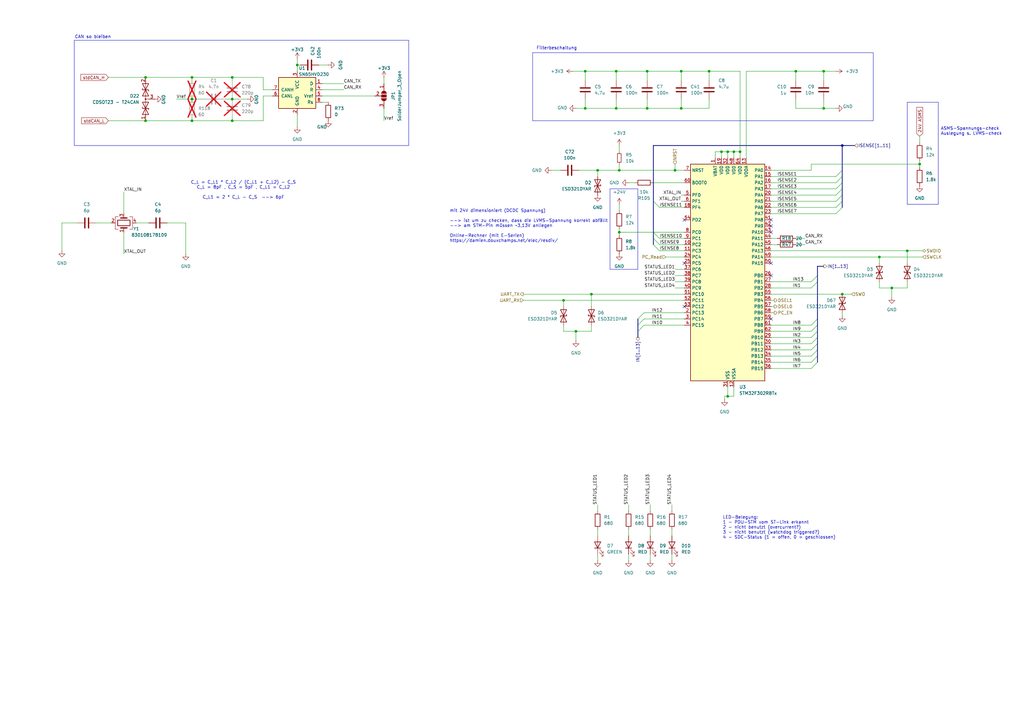
<source format=kicad_sch>
(kicad_sch
	(version 20231120)
	(generator "eeschema")
	(generator_version "8.0")
	(uuid "aa933140-9f4b-4735-968c-43a62bfa3dd4")
	(paper "A3")
	(title_block
		(title "PDU FT25")
		(date "2024-11-23")
		(rev "V1.1")
		(company "Janek Herm")
		(comment 1 "FaSTTUBe Electronics")
	)
	
	(junction
		(at 372.11 102.87)
		(diameter 0)
		(color 0 0 0 0)
		(uuid "011fb3dc-49db-4df5-b559-38f85c6453d7")
	)
	(junction
		(at 240.03 29.21)
		(diameter 0)
		(color 0 0 0 0)
		(uuid "1c1561dd-db1e-4379-88cb-32c62072201a")
	)
	(junction
		(at 95.25 31.75)
		(diameter 0)
		(color 0 0 0 0)
		(uuid "2909134b-3d57-4d2d-930f-c2f46d76c54e")
	)
	(junction
		(at 377.19 67.31)
		(diameter 0)
		(color 0 0 0 0)
		(uuid "311f828e-ff1f-4cf4-b987-2f4449bd4082")
	)
	(junction
		(at 95.25 49.53)
		(diameter 0)
		(color 0 0 0 0)
		(uuid "32bc5ba3-b62b-42dc-82e3-cb95cb6a2278")
	)
	(junction
		(at 345.44 59.69)
		(diameter 0)
		(color 0 0 0 0)
		(uuid "336ecfe3-4b6c-4c03-ad58-6e9f8ed49a93")
	)
	(junction
		(at 78.74 40.64)
		(diameter 0)
		(color 0 0 0 0)
		(uuid "470305e6-4469-423b-a0b1-e2953ae99fd0")
	)
	(junction
		(at 298.45 162.56)
		(diameter 0)
		(color 0 0 0 0)
		(uuid "4a042d06-5575-481b-9363-db3682fcd0d8")
	)
	(junction
		(at 300.99 62.23)
		(diameter 0)
		(color 0 0 0 0)
		(uuid "4a5d67a8-f458-4ca3-8b92-21a112e0f4b4")
	)
	(junction
		(at 345.44 120.65)
		(diameter 0)
		(color 0 0 0 0)
		(uuid "5313608d-9ab5-48e5-82e8-55e235e03479")
	)
	(junction
		(at 337.82 44.45)
		(diameter 0)
		(color 0 0 0 0)
		(uuid "60d16c02-84b1-46a4-a9a4-92263b8dcb49")
	)
	(junction
		(at 231.14 123.19)
		(diameter 0)
		(color 0 0 0 0)
		(uuid "626ea7c1-1f42-4e13-92ec-5605ebdee387")
	)
	(junction
		(at 265.43 29.21)
		(diameter 0)
		(color 0 0 0 0)
		(uuid "67916b88-e6d0-4b5a-9f27-3bf6035e0635")
	)
	(junction
		(at 240.03 44.45)
		(diameter 0)
		(color 0 0 0 0)
		(uuid "7b12ecee-0c67-4465-8158-f60ce921a82f")
	)
	(junction
		(at 59.69 49.53)
		(diameter 0)
		(color 0 0 0 0)
		(uuid "7d48d275-4def-49ef-b085-5aa0c138e2f0")
	)
	(junction
		(at 326.39 29.21)
		(diameter 0)
		(color 0 0 0 0)
		(uuid "8065c336-233f-4333-8fb9-b0cf210d8d84")
	)
	(junction
		(at 252.73 29.21)
		(diameter 0)
		(color 0 0 0 0)
		(uuid "81124fb1-9228-4404-b2ec-46da02e0191c")
	)
	(junction
		(at 365.76 118.11)
		(diameter 0)
		(color 0 0 0 0)
		(uuid "82270b0f-876d-4834-8031-39dfa01b2c6f")
	)
	(junction
		(at 303.53 62.23)
		(diameter 0)
		(color 0 0 0 0)
		(uuid "92181147-f6d9-4a30-9e52-285e8f653835")
	)
	(junction
		(at 78.74 31.75)
		(diameter 0)
		(color 0 0 0 0)
		(uuid "952a4c72-7ac6-4c90-b284-d228a11ad936")
	)
	(junction
		(at 242.57 120.65)
		(diameter 0)
		(color 0 0 0 0)
		(uuid "95a581c5-e4bd-45c4-96a0-197a7042ffb5")
	)
	(junction
		(at 295.91 62.23)
		(diameter 0)
		(color 0 0 0 0)
		(uuid "9d39e635-6ccb-4356-8a35-e6683e33abc6")
	)
	(junction
		(at 265.43 44.45)
		(diameter 0)
		(color 0 0 0 0)
		(uuid "a024b72b-5e3f-46fb-a2e4-a5878e8a88f4")
	)
	(junction
		(at 254 95.25)
		(diameter 0)
		(color 0 0 0 0)
		(uuid "aaccc812-c088-498a-befd-eb96b122b5fd")
	)
	(junction
		(at 276.86 69.85)
		(diameter 0)
		(color 0 0 0 0)
		(uuid "bb8bbc0e-59ca-4c70-96e1-574d2a709031")
	)
	(junction
		(at 236.22 135.89)
		(diameter 0)
		(color 0 0 0 0)
		(uuid "bbf3a917-6a04-4fd5-b852-be679d151fde")
	)
	(junction
		(at 290.83 29.21)
		(diameter 0)
		(color 0 0 0 0)
		(uuid "c3804580-880e-42ec-9ac0-0d99145ce20d")
	)
	(junction
		(at 252.73 44.45)
		(diameter 0)
		(color 0 0 0 0)
		(uuid "cb8dda75-074d-4c4c-adc1-368befa4d039")
	)
	(junction
		(at 59.69 31.75)
		(diameter 0)
		(color 0 0 0 0)
		(uuid "d75b7bf1-045e-4ebc-ba5e-d28f4f4c79ce")
	)
	(junction
		(at 245.11 69.85)
		(diameter 0)
		(color 0 0 0 0)
		(uuid "dfeaeceb-2205-4019-aa61-2b137b393fbc")
	)
	(junction
		(at 254 69.85)
		(diameter 0)
		(color 0 0 0 0)
		(uuid "e2b50f20-59e9-4842-97d3-a31cc6b12de2")
	)
	(junction
		(at 121.92 26.67)
		(diameter 0)
		(color 0 0 0 0)
		(uuid "e2d03ef5-6f0d-42ac-b206-09a65441fc7c")
	)
	(junction
		(at 78.74 49.53)
		(diameter 0)
		(color 0 0 0 0)
		(uuid "e3bee0d1-ee56-45a2-b990-12f34ff6079d")
	)
	(junction
		(at 360.68 105.41)
		(diameter 0)
		(color 0 0 0 0)
		(uuid "efedf725-2801-4356-be55-6b5641a8266e")
	)
	(junction
		(at 95.25 40.64)
		(diameter 0)
		(color 0 0 0 0)
		(uuid "effeb44b-6653-4665-8798-a89e5d31ce18")
	)
	(junction
		(at 337.82 29.21)
		(diameter 0)
		(color 0 0 0 0)
		(uuid "f3432773-749d-40c3-8aa7-240cc93fb599")
	)
	(junction
		(at 298.45 62.23)
		(diameter 0)
		(color 0 0 0 0)
		(uuid "f5034439-030d-403b-8d95-4d009b618e77")
	)
	(junction
		(at 279.4 44.45)
		(diameter 0)
		(color 0 0 0 0)
		(uuid "f79ecdf7-8915-4abb-bd2a-27ce32ad523f")
	)
	(junction
		(at 279.4 29.21)
		(diameter 0)
		(color 0 0 0 0)
		(uuid "fc270b45-755a-4224-a4f1-a9ea4d6490f5")
	)
	(no_connect
		(at 316.23 90.17)
		(uuid "075be4a6-f93d-4ab9-bd89-dc240df4e00e")
	)
	(no_connect
		(at 316.23 95.25)
		(uuid "3c312b4f-fa58-492d-8a28-9962baf598ef")
	)
	(no_connect
		(at 280.67 125.73)
		(uuid "3d18cbec-9d6d-4b25-acd5-d8fdd5b8b0be")
	)
	(no_connect
		(at 280.67 90.17)
		(uuid "4865fe96-237f-418e-93a3-2eaf2c765084")
	)
	(no_connect
		(at 316.23 92.71)
		(uuid "510c8434-b139-4ac7-9ea5-f6153de72f0d")
	)
	(no_connect
		(at 316.23 113.03)
		(uuid "8dac3224-e958-4a1c-876d-20be0b6c8628")
	)
	(no_connect
		(at 316.23 107.95)
		(uuid "8f06113e-c45d-4956-805b-218f9b13b4e8")
	)
	(no_connect
		(at 280.67 107.95)
		(uuid "969aafdd-ff23-44c3-be52-b64f08887ca4")
	)
	(no_connect
		(at 316.23 130.81)
		(uuid "f3edb4bb-b4ce-4188-b8ef-5f275d15386e")
	)
	(bus_entry
		(at 342.9 74.93)
		(size 2.54 -2.54)
		(stroke
			(width 0)
			(type default)
		)
		(uuid "0f44c7bf-42fb-4027-bf20-709ad1aa704a")
	)
	(bus_entry
		(at 332.74 143.51)
		(size 2.54 -2.54)
		(stroke
			(width 0)
			(type default)
		)
		(uuid "1a8c4578-18d3-4d5b-9d91-abbaf03e9138")
	)
	(bus_entry
		(at 342.9 82.55)
		(size 2.54 -2.54)
		(stroke
			(width 0)
			(type default)
		)
		(uuid "3746bdc5-d4d0-444e-a59d-ea02833a6a65")
	)
	(bus_entry
		(at 342.9 72.39)
		(size 2.54 -2.54)
		(stroke
			(width 0)
			(type default)
		)
		(uuid "3945f06b-623d-49c3-983b-f40b5edec678")
	)
	(bus_entry
		(at 342.9 87.63)
		(size 2.54 -2.54)
		(stroke
			(width 0)
			(type default)
		)
		(uuid "3ff9cecd-8190-4579-b1d8-07f660d68860")
	)
	(bus_entry
		(at 267.97 82.55)
		(size 2.54 2.54)
		(stroke
			(width 0)
			(type default)
		)
		(uuid "415918d5-945d-46a2-bcb2-58c2ce3f6977")
	)
	(bus_entry
		(at 332.74 118.11)
		(size 2.54 -2.54)
		(stroke
			(width 0)
			(type default)
		)
		(uuid "4957f270-e681-45e8-a176-90f5101326f9")
	)
	(bus_entry
		(at 342.9 77.47)
		(size 2.54 -2.54)
		(stroke
			(width 0)
			(type default)
		)
		(uuid "4c8b6feb-847b-42b4-8753-f006923bda77")
	)
	(bus_entry
		(at 264.16 133.35)
		(size -2.54 2.54)
		(stroke
			(width 0)
			(type default)
		)
		(uuid "52c108e7-42d8-40ea-9646-fd41e1b7635a")
	)
	(bus_entry
		(at 332.74 133.35)
		(size 2.54 -2.54)
		(stroke
			(width 0)
			(type default)
		)
		(uuid "56b096de-f889-42c6-a376-cc718212d028")
	)
	(bus_entry
		(at 332.74 140.97)
		(size 2.54 -2.54)
		(stroke
			(width 0)
			(type default)
		)
		(uuid "579023c9-aee9-4289-bcef-52162fcd86e4")
	)
	(bus_entry
		(at 264.16 128.27)
		(size -2.54 2.54)
		(stroke
			(width 0)
			(type default)
		)
		(uuid "5a9829a9-2752-40b1-90db-78e699e955aa")
	)
	(bus_entry
		(at 270.51 100.33)
		(size -2.54 -2.54)
		(stroke
			(width 0)
			(type default)
		)
		(uuid "64135b90-3a0c-4804-9fde-547c8272c55d")
	)
	(bus_entry
		(at 270.51 97.79)
		(size -2.54 -2.54)
		(stroke
			(width 0)
			(type default)
		)
		(uuid "6719ffa9-6a4f-44fe-8a9a-c324cb13ff44")
	)
	(bus_entry
		(at 264.16 130.81)
		(size -2.54 2.54)
		(stroke
			(width 0)
			(type default)
		)
		(uuid "6d55b9a8-3776-4f25-929e-c56e410e4a49")
	)
	(bus_entry
		(at 332.74 115.57)
		(size 2.54 -2.54)
		(stroke
			(width 0)
			(type default)
		)
		(uuid "7447557f-810c-4ffc-b3cf-e8a8b88576b2")
	)
	(bus_entry
		(at 270.51 102.87)
		(size -2.54 -2.54)
		(stroke
			(width 0)
			(type default)
		)
		(uuid "7ed18590-037b-413d-a1f3-a02291ce0ea9")
	)
	(bus_entry
		(at 332.74 148.59)
		(size 2.54 -2.54)
		(stroke
			(width 0)
			(type default)
		)
		(uuid "808fcb53-b6eb-4126-b4a3-839040796060")
	)
	(bus_entry
		(at 332.74 138.43)
		(size 2.54 -2.54)
		(stroke
			(width 0)
			(type default)
		)
		(uuid "90d7f3a5-58af-4177-955c-92363bd0700d")
	)
	(bus_entry
		(at 332.74 151.13)
		(size 2.54 -2.54)
		(stroke
			(width 0)
			(type default)
		)
		(uuid "96e2509f-440b-4476-a949-5afab6fe1157")
	)
	(bus_entry
		(at 342.9 80.01)
		(size 2.54 -2.54)
		(stroke
			(width 0)
			(type default)
		)
		(uuid "b0a68681-9431-48bb-8eb2-62215f344ead")
	)
	(bus_entry
		(at 342.9 85.09)
		(size 2.54 -2.54)
		(stroke
			(width 0)
			(type default)
		)
		(uuid "ea1a9b47-f76d-4abc-b8f5-fd23807434c3")
	)
	(bus_entry
		(at 332.74 146.05)
		(size 2.54 -2.54)
		(stroke
			(width 0)
			(type default)
		)
		(uuid "f601e2f6-d62a-4439-b759-53677e622b58")
	)
	(bus_entry
		(at 332.74 135.89)
		(size 2.54 -2.54)
		(stroke
			(width 0)
			(type default)
		)
		(uuid "fb76438c-e197-4f72-9ef1-1130912a6e42")
	)
	(wire
		(pts
			(xy 377.19 58.42) (xy 377.19 55.88)
		)
		(stroke
			(width 0)
			(type default)
		)
		(uuid "02d18d42-d97e-4718-876a-30117100b9d9")
	)
	(wire
		(pts
			(xy 279.4 44.45) (xy 290.83 44.45)
		)
		(stroke
			(width 0)
			(type default)
		)
		(uuid "04342634-bf56-4170-94fb-99898055f07c")
	)
	(wire
		(pts
			(xy 121.92 26.67) (xy 123.19 26.67)
		)
		(stroke
			(width 0)
			(type default)
		)
		(uuid "04624f39-4f16-4cd8-945f-0c0f280b88d6")
	)
	(wire
		(pts
			(xy 111.76 36.83) (xy 107.95 36.83)
		)
		(stroke
			(width 0)
			(type default)
		)
		(uuid "04ce5f16-006c-484e-9448-6f35bc303ded")
	)
	(wire
		(pts
			(xy 298.45 64.77) (xy 298.45 62.23)
		)
		(stroke
			(width 0)
			(type default)
		)
		(uuid "0635cc89-ab21-411b-b2fb-734cbbdf8e6c")
	)
	(wire
		(pts
			(xy 72.39 40.64) (xy 78.74 40.64)
		)
		(stroke
			(width 0)
			(type default)
		)
		(uuid "067e1c89-22ea-4cd0-ac58-970449aa4157")
	)
	(wire
		(pts
			(xy 360.68 118.11) (xy 365.76 118.11)
		)
		(stroke
			(width 0)
			(type default)
		)
		(uuid "06af84a9-4fe0-46df-a673-fdffb9ae579b")
	)
	(wire
		(pts
			(xy 265.43 44.45) (xy 279.4 44.45)
		)
		(stroke
			(width 0)
			(type default)
		)
		(uuid "06cd50e4-a84d-4173-93ad-9c195c5ec8b1")
	)
	(wire
		(pts
			(xy 132.08 36.83) (xy 140.97 36.83)
		)
		(stroke
			(width 0)
			(type default)
		)
		(uuid "07d36fce-b92d-4ebb-924c-b0c58b3ef7ca")
	)
	(wire
		(pts
			(xy 254 95.25) (xy 267.97 95.25)
		)
		(stroke
			(width 0)
			(type default)
		)
		(uuid "08e5a2d8-f52d-4e51-88ae-1aa4173a3966")
	)
	(wire
		(pts
			(xy 326.39 100.33) (xy 330.2 100.33)
		)
		(stroke
			(width 0)
			(type default)
		)
		(uuid "09722ccd-1166-497f-a94c-e44e9be372b5")
	)
	(wire
		(pts
			(xy 293.37 62.23) (xy 295.91 62.23)
		)
		(stroke
			(width 0)
			(type default)
		)
		(uuid "0ad49cbe-2a59-4aad-8360-58993f3de25e")
	)
	(wire
		(pts
			(xy 273.05 105.41) (xy 280.67 105.41)
		)
		(stroke
			(width 0)
			(type default)
		)
		(uuid "0bc28ca4-8f1e-4623-ac18-3bdbbf65d63a")
	)
	(wire
		(pts
			(xy 266.7 207.01) (xy 266.7 209.55)
		)
		(stroke
			(width 0)
			(type default)
		)
		(uuid "0bf4fa6e-f353-4c5b-89b0-744fdf8daf9d")
	)
	(wire
		(pts
			(xy 78.74 31.75) (xy 78.74 33.02)
		)
		(stroke
			(width 0)
			(type default)
		)
		(uuid "0ea186d4-0575-4211-a5c2-c47d1a397213")
	)
	(bus
		(pts
			(xy 261.62 130.81) (xy 261.62 133.35)
		)
		(stroke
			(width 0)
			(type default)
		)
		(uuid "11f67c83-3ffd-46d0-aec1-8c99a833f6e3")
	)
	(wire
		(pts
			(xy 240.03 44.45) (xy 252.73 44.45)
		)
		(stroke
			(width 0)
			(type default)
		)
		(uuid "1231f68a-96d2-44b7-8d3c-b74c91867cc1")
	)
	(wire
		(pts
			(xy 78.74 48.26) (xy 78.74 49.53)
		)
		(stroke
			(width 0)
			(type default)
		)
		(uuid "129613d9-101d-4f0c-8d4a-a64ce9206fbe")
	)
	(wire
		(pts
			(xy 252.73 29.21) (xy 265.43 29.21)
		)
		(stroke
			(width 0)
			(type default)
		)
		(uuid "1351a6f2-d547-4c92-a7bd-fc66aa2b7b1c")
	)
	(wire
		(pts
			(xy 242.57 133.35) (xy 242.57 135.89)
		)
		(stroke
			(width 0)
			(type default)
		)
		(uuid "1465ca23-40a4-46ec-b0f8-03f7ee145ad2")
	)
	(wire
		(pts
			(xy 132.08 41.91) (xy 134.62 41.91)
		)
		(stroke
			(width 0)
			(type default)
		)
		(uuid "14f3c7a6-d742-4322-bb88-1c8b862b32bd")
	)
	(wire
		(pts
			(xy 316.23 85.09) (xy 342.9 85.09)
		)
		(stroke
			(width 0)
			(type default)
		)
		(uuid "1563780a-b8ea-48ce-ab08-85a32f8ef187")
	)
	(wire
		(pts
			(xy 50.8 78.74) (xy 50.8 87.63)
		)
		(stroke
			(width 0)
			(type default)
		)
		(uuid "156a91e1-7575-43e4-ad21-502973462c11")
	)
	(wire
		(pts
			(xy 231.14 135.89) (xy 231.14 133.35)
		)
		(stroke
			(width 0)
			(type default)
		)
		(uuid "157e1d50-e501-4dc1-82d3-3f6de57d9811")
	)
	(wire
		(pts
			(xy 242.57 120.65) (xy 280.67 120.65)
		)
		(stroke
			(width 0)
			(type default)
		)
		(uuid "1c82b389-0ccd-411f-b0dd-64169c5ee93b")
	)
	(wire
		(pts
			(xy 270.51 85.09) (xy 280.67 85.09)
		)
		(stroke
			(width 0)
			(type default)
		)
		(uuid "1ddaf174-0c95-486d-ba76-21612d5dfbc2")
	)
	(wire
		(pts
			(xy 245.11 227.33) (xy 245.11 229.87)
		)
		(stroke
			(width 0)
			(type default)
		)
		(uuid "1f718422-99da-4137-9d23-e032c03b928c")
	)
	(wire
		(pts
			(xy 78.74 49.53) (xy 95.25 49.53)
		)
		(stroke
			(width 0)
			(type default)
		)
		(uuid "20098200-20b7-498b-9c5a-1c253e7e5f5b")
	)
	(bus
		(pts
			(xy 345.44 69.85) (xy 345.44 72.39)
		)
		(stroke
			(width 0)
			(type default)
		)
		(uuid "2251dd67-3d1a-45bd-95a7-174c40e8a15b")
	)
	(wire
		(pts
			(xy 60.96 91.44) (xy 55.88 91.44)
		)
		(stroke
			(width 0)
			(type default)
		)
		(uuid "237a38f9-6614-4bbc-b48b-aa6c4183ece0")
	)
	(wire
		(pts
			(xy 377.19 66.04) (xy 377.19 67.31)
		)
		(stroke
			(width 0)
			(type default)
		)
		(uuid "242ca8e3-8ac4-4d29-8295-d68ee03413d1")
	)
	(wire
		(pts
			(xy 372.11 102.87) (xy 378.46 102.87)
		)
		(stroke
			(width 0)
			(type default)
		)
		(uuid "24abb6d5-4626-4519-b279-895ef4faf25c")
	)
	(wire
		(pts
			(xy 121.92 24.13) (xy 121.92 26.67)
		)
		(stroke
			(width 0)
			(type default)
		)
		(uuid "253308ce-4f34-45f1-a309-15a60f1e19ef")
	)
	(bus
		(pts
			(xy 335.28 130.81) (xy 335.28 133.35)
		)
		(stroke
			(width 0)
			(type default)
		)
		(uuid "25755da5-b2ff-4cff-8bc2-24cd8eade220")
	)
	(bus
		(pts
			(xy 345.44 74.93) (xy 345.44 77.47)
		)
		(stroke
			(width 0)
			(type default)
		)
		(uuid "262d263f-f433-4679-862b-308035de0a2b")
	)
	(wire
		(pts
			(xy 377.19 67.31) (xy 377.19 68.58)
		)
		(stroke
			(width 0)
			(type default)
		)
		(uuid "26bc09cc-8c0a-4375-86fc-e47074c1f63b")
	)
	(wire
		(pts
			(xy 44.45 49.53) (xy 59.69 49.53)
		)
		(stroke
			(width 0)
			(type default)
		)
		(uuid "274e5ee3-d781-4532-b53c-05387a81ff92")
	)
	(wire
		(pts
			(xy 316.23 118.11) (xy 332.74 118.11)
		)
		(stroke
			(width 0)
			(type default)
		)
		(uuid "2887116b-bea2-468f-885b-5166edebab89")
	)
	(wire
		(pts
			(xy 95.25 48.26) (xy 95.25 49.53)
		)
		(stroke
			(width 0)
			(type default)
		)
		(uuid "2c36341c-e8ad-4c3f-828b-51d06c455951")
	)
	(wire
		(pts
			(xy 231.14 123.19) (xy 231.14 125.73)
		)
		(stroke
			(width 0)
			(type default)
		)
		(uuid "2c550914-75dd-41a4-85f1-6281fd0a4d4b")
	)
	(wire
		(pts
			(xy 297.18 162.56) (xy 297.18 163.83)
		)
		(stroke
			(width 0)
			(type default)
		)
		(uuid "2e6a84cd-4428-4a5b-8eac-d5d5a9e09196")
	)
	(wire
		(pts
			(xy 265.43 44.45) (xy 252.73 44.45)
		)
		(stroke
			(width 0)
			(type default)
		)
		(uuid "30049d16-312a-40c3-b4e3-d52ec94734e7")
	)
	(bus
		(pts
			(xy 335.28 146.05) (xy 335.28 148.59)
		)
		(stroke
			(width 0)
			(type default)
		)
		(uuid "309f5f35-3328-4fa8-b4c3-460525690a03")
	)
	(wire
		(pts
			(xy 316.23 72.39) (xy 342.9 72.39)
		)
		(stroke
			(width 0)
			(type default)
		)
		(uuid "31d32d8b-498b-4e2e-a65c-ff11263582c5")
	)
	(wire
		(pts
			(xy 254 86.36) (xy 254 83.82)
		)
		(stroke
			(width 0)
			(type default)
		)
		(uuid "336dd7a3-3351-448e-a2f7-0a868d778216")
	)
	(wire
		(pts
			(xy 236.22 135.89) (xy 236.22 139.7)
		)
		(stroke
			(width 0)
			(type default)
		)
		(uuid "3391f9c0-1432-4401-8274-c3c771b182a4")
	)
	(bus
		(pts
			(xy 267.97 95.25) (xy 267.97 97.79)
		)
		(stroke
			(width 0)
			(type default)
		)
		(uuid "33f73685-2792-44e9-b5b0-05bbf7fcddaf")
	)
	(wire
		(pts
			(xy 266.7 217.17) (xy 266.7 219.71)
		)
		(stroke
			(width 0)
			(type default)
		)
		(uuid "34478a33-d1b1-4338-b1b6-16785ed628a0")
	)
	(bus
		(pts
			(xy 345.44 59.69) (xy 345.44 69.85)
		)
		(stroke
			(width 0)
			(type default)
		)
		(uuid "35dec71b-26c6-47fc-8b49-5e8e283a85f2")
	)
	(wire
		(pts
			(xy 39.37 91.44) (xy 45.72 91.44)
		)
		(stroke
			(width 0)
			(type default)
		)
		(uuid "36c25c5f-bef6-4b8d-872a-cb5f3de296cf")
	)
	(wire
		(pts
			(xy 270.51 100.33) (xy 280.67 100.33)
		)
		(stroke
			(width 0)
			(type default)
		)
		(uuid "374ea217-4be8-4b55-9567-a3387401ee1c")
	)
	(wire
		(pts
			(xy 342.9 44.45) (xy 337.82 44.45)
		)
		(stroke
			(width 0)
			(type default)
		)
		(uuid "380ed02c-02ec-493d-8e7a-a4d524cb20de")
	)
	(wire
		(pts
			(xy 316.23 138.43) (xy 332.74 138.43)
		)
		(stroke
			(width 0)
			(type default)
		)
		(uuid "3a208043-40df-48e3-96d8-2487d26fc72c")
	)
	(wire
		(pts
			(xy 236.22 44.45) (xy 240.03 44.45)
		)
		(stroke
			(width 0)
			(type default)
		)
		(uuid "3ad73296-22dc-403c-848b-592e5ee820e8")
	)
	(wire
		(pts
			(xy 280.67 118.11) (xy 276.86 118.11)
		)
		(stroke
			(width 0)
			(type default)
		)
		(uuid "3bf0defa-f434-4da3-9852-926b797769df")
	)
	(wire
		(pts
			(xy 306.07 29.21) (xy 326.39 29.21)
		)
		(stroke
			(width 0)
			(type default)
		)
		(uuid "3cf2ceea-35e9-4eb7-a160-b660911651bb")
	)
	(wire
		(pts
			(xy 267.97 95.25) (xy 280.67 95.25)
		)
		(stroke
			(width 0)
			(type default)
		)
		(uuid "3d16aa63-6a30-475f-8032-7202d08f3907")
	)
	(wire
		(pts
			(xy 316.23 133.35) (xy 332.74 133.35)
		)
		(stroke
			(width 0)
			(type default)
		)
		(uuid "3e4b90b5-23af-4990-a30f-addd83c93519")
	)
	(wire
		(pts
			(xy 280.67 130.81) (xy 264.16 130.81)
		)
		(stroke
			(width 0)
			(type default)
		)
		(uuid "3f3265f9-c18a-4c90-9076-96d9d1762ce8")
	)
	(wire
		(pts
			(xy 303.53 62.23) (xy 303.53 29.21)
		)
		(stroke
			(width 0)
			(type default)
		)
		(uuid "3fbf1dcd-d369-4d97-86e5-0d64166f1695")
	)
	(wire
		(pts
			(xy 111.76 39.37) (xy 107.95 39.37)
		)
		(stroke
			(width 0)
			(type default)
		)
		(uuid "433a9bd0-c4d3-45af-9bb9-a8a1648b5d0a")
	)
	(wire
		(pts
			(xy 44.45 31.75) (xy 59.69 31.75)
		)
		(stroke
			(width 0)
			(type default)
		)
		(uuid "4412c598-e00c-403a-a5e8-1df1ebe79e2c")
	)
	(bus
		(pts
			(xy 345.44 77.47) (xy 345.44 80.01)
		)
		(stroke
			(width 0)
			(type default)
		)
		(uuid "446d3b8a-b184-43ef-a483-c9827ee7e5e8")
	)
	(wire
		(pts
			(xy 279.4 29.21) (xy 290.83 29.21)
		)
		(stroke
			(width 0)
			(type default)
		)
		(uuid "44b7664b-4334-4003-b151-630ab004c928")
	)
	(wire
		(pts
			(xy 372.11 118.11) (xy 365.76 118.11)
		)
		(stroke
			(width 0)
			(type default)
		)
		(uuid "4800bad9-6f06-4d3c-bf38-d17eb414de1d")
	)
	(wire
		(pts
			(xy 134.62 26.67) (xy 130.81 26.67)
		)
		(stroke
			(width 0)
			(type default)
		)
		(uuid "488018a1-c63c-4e72-9bd5-1976cce0172a")
	)
	(wire
		(pts
			(xy 316.23 115.57) (xy 332.74 115.57)
		)
		(stroke
			(width 0)
			(type default)
		)
		(uuid "49c8365a-ca95-400b-ad63-9129e1136d9e")
	)
	(wire
		(pts
			(xy 300.99 64.77) (xy 300.99 62.23)
		)
		(stroke
			(width 0)
			(type default)
		)
		(uuid "4a81f28c-0a6a-4076-8b7b-e8bba29c0ade")
	)
	(wire
		(pts
			(xy 360.68 105.41) (xy 378.46 105.41)
		)
		(stroke
			(width 0)
			(type default)
		)
		(uuid "4b0fb995-16e8-4924-9090-aa604e816928")
	)
	(wire
		(pts
			(xy 265.43 40.64) (xy 265.43 44.45)
		)
		(stroke
			(width 0)
			(type default)
		)
		(uuid "4b690891-d34d-4a2c-b54b-a2bcf5e0cc9f")
	)
	(bus
		(pts
			(xy 267.97 59.69) (xy 267.97 82.55)
		)
		(stroke
			(width 0)
			(type default)
		)
		(uuid "4ba8ccba-e453-4230-9b0a-2d1e0788caac")
	)
	(wire
		(pts
			(xy 78.74 40.64) (xy 83.82 40.64)
		)
		(stroke
			(width 0)
			(type default)
		)
		(uuid "4bd024fb-1685-452e-a6bf-c127e24ffee7")
	)
	(wire
		(pts
			(xy 280.67 113.03) (xy 276.86 113.03)
		)
		(stroke
			(width 0)
			(type default)
		)
		(uuid "4d686276-809a-44e4-b3e6-33295a39cb5e")
	)
	(wire
		(pts
			(xy 316.23 105.41) (xy 360.68 105.41)
		)
		(stroke
			(width 0)
			(type default)
		)
		(uuid "5041efb4-b0cd-4bdc-8e62-0fcb005a0b74")
	)
	(wire
		(pts
			(xy 59.69 49.53) (xy 78.74 49.53)
		)
		(stroke
			(width 0)
			(type default)
		)
		(uuid "506edc40-1449-4a7b-a3df-6fc0e696fc78")
	)
	(wire
		(pts
			(xy 345.44 120.65) (xy 349.25 120.65)
		)
		(stroke
			(width 0)
			(type default)
		)
		(uuid "5142e485-75a2-4b99-8639-39b54d2807f6")
	)
	(wire
		(pts
			(xy 316.23 74.93) (xy 342.9 74.93)
		)
		(stroke
			(width 0)
			(type default)
		)
		(uuid "51c6b7a0-c71a-4d20-abba-9f1e5de5eaa8")
	)
	(wire
		(pts
			(xy 214.63 120.65) (xy 242.57 120.65)
		)
		(stroke
			(width 0)
			(type default)
		)
		(uuid "5207cf23-6b89-48ca-94f2-bc37a24192fc")
	)
	(wire
		(pts
			(xy 267.97 74.93) (xy 280.67 74.93)
		)
		(stroke
			(width 0)
			(type default)
		)
		(uuid "5457882c-466e-435a-a493-eb45347e573f")
	)
	(wire
		(pts
			(xy 254 93.98) (xy 254 95.25)
		)
		(stroke
			(width 0)
			(type default)
		)
		(uuid "5594d980-1253-4a7d-8f92-fa49c6434d84")
	)
	(wire
		(pts
			(xy 275.59 227.33) (xy 275.59 229.87)
		)
		(stroke
			(width 0)
			(type default)
		)
		(uuid "573af0e6-6fab-4c99-875e-6675a452eab1")
	)
	(wire
		(pts
			(xy 290.83 33.02) (xy 290.83 29.21)
		)
		(stroke
			(width 0)
			(type default)
		)
		(uuid "5762d99e-3126-4890-9607-31256a488ae7")
	)
	(wire
		(pts
			(xy 316.23 143.51) (xy 332.74 143.51)
		)
		(stroke
			(width 0)
			(type default)
		)
		(uuid "57c4bab5-a989-445b-aaad-9f7fb046ca6b")
	)
	(wire
		(pts
			(xy 240.03 29.21) (xy 252.73 29.21)
		)
		(stroke
			(width 0)
			(type default)
		)
		(uuid "592440ee-12c4-4be4-984c-ce759230f308")
	)
	(wire
		(pts
			(xy 254 69.85) (xy 276.86 69.85)
		)
		(stroke
			(width 0)
			(type default)
		)
		(uuid "5bff72cf-84d5-4a35-a479-cee7167288e0")
	)
	(wire
		(pts
			(xy 298.45 162.56) (xy 297.18 162.56)
		)
		(stroke
			(width 0)
			(type default)
		)
		(uuid "5fa66723-a87b-4fd8-a7ed-6a6ee875c26b")
	)
	(bus
		(pts
			(xy 335.28 138.43) (xy 335.28 140.97)
		)
		(stroke
			(width 0)
			(type default)
		)
		(uuid "61312873-5fe1-42fd-9fb3-f775d083cf32")
	)
	(bus
		(pts
			(xy 345.44 80.01) (xy 345.44 82.55)
		)
		(stroke
			(width 0)
			(type default)
		)
		(uuid "63056bca-8aa2-4c61-9c04-4ba2d5dd7eae")
	)
	(wire
		(pts
			(xy 318.77 97.79) (xy 316.23 97.79)
		)
		(stroke
			(width 0)
			(type default)
		)
		(uuid "640e7ef2-ac50-4a3d-b491-720fc4ede5e4")
	)
	(wire
		(pts
			(xy 265.43 29.21) (xy 279.4 29.21)
		)
		(stroke
			(width 0)
			(type default)
		)
		(uuid "66b9af82-6c1b-407a-b830-0a7aa102153f")
	)
	(wire
		(pts
			(xy 245.11 69.85) (xy 254 69.85)
		)
		(stroke
			(width 0)
			(type default)
		)
		(uuid "66fbc815-56c4-4aa8-8b02-e2734d7501f7")
	)
	(wire
		(pts
			(xy 76.2 104.14) (xy 76.2 91.44)
		)
		(stroke
			(width 0)
			(type default)
		)
		(uuid "6760abfc-8efe-43dd-b4af-004d7b033428")
	)
	(wire
		(pts
			(xy 316.23 135.89) (xy 332.74 135.89)
		)
		(stroke
			(width 0)
			(type default)
		)
		(uuid "6b3f2e83-c285-4a0e-812a-970aa35eb8f3")
	)
	(wire
		(pts
			(xy 280.67 115.57) (xy 276.86 115.57)
		)
		(stroke
			(width 0)
			(type default)
		)
		(uuid "6c1e18e5-29de-4d47-831a-a5fba3321085")
	)
	(wire
		(pts
			(xy 276.86 67.31) (xy 276.86 69.85)
		)
		(stroke
			(width 0)
			(type default)
		)
		(uuid "70625563-a097-4b0a-a81d-15bb826a1032")
	)
	(wire
		(pts
			(xy 231.14 123.19) (xy 280.67 123.19)
		)
		(stroke
			(width 0)
			(type default)
		)
		(uuid "71fbcbc7-bf8a-4a19-9647-4c101a51522e")
	)
	(wire
		(pts
			(xy 242.57 120.65) (xy 242.57 125.73)
		)
		(stroke
			(width 0)
			(type default)
		)
		(uuid "73b98dab-d36d-4942-84f4-1c29626f61b6")
	)
	(wire
		(pts
			(xy 316.23 151.13) (xy 332.74 151.13)
		)
		(stroke
			(width 0)
			(type default)
		)
		(uuid "78a1b69a-85ae-4515-a0a1-e32eb2d8856e")
	)
	(wire
		(pts
			(xy 257.81 217.17) (xy 257.81 219.71)
		)
		(stroke
			(width 0)
			(type default)
		)
		(uuid "791a09bf-b5e3-4a76-ab8d-ab77a05166b1")
	)
	(wire
		(pts
			(xy 316.23 120.65) (xy 345.44 120.65)
		)
		(stroke
			(width 0)
			(type default)
		)
		(uuid "7afe081f-ff81-4631-9152-55ea34458800")
	)
	(wire
		(pts
			(xy 275.59 217.17) (xy 275.59 219.71)
		)
		(stroke
			(width 0)
			(type default)
		)
		(uuid "7bccdd04-4201-4262-afdb-1f717b63954d")
	)
	(wire
		(pts
			(xy 365.76 118.11) (xy 365.76 121.92)
		)
		(stroke
			(width 0)
			(type default)
		)
		(uuid "7ce15126-e46f-450a-88cf-bf021729bbd4")
	)
	(wire
		(pts
			(xy 300.99 162.56) (xy 298.45 162.56)
		)
		(stroke
			(width 0)
			(type default)
		)
		(uuid "7d3688bd-ee5d-46b9-bb87-c57b2f2ef841")
	)
	(wire
		(pts
			(xy 372.11 102.87) (xy 372.11 107.95)
		)
		(stroke
			(width 0)
			(type default)
		)
		(uuid "7d8e42e8-1bd0-4296-9880-9fba3a45d953")
	)
	(wire
		(pts
			(xy 157.48 44.45) (xy 157.48 49.53)
		)
		(stroke
			(width 0)
			(type default)
		)
		(uuid "7e2d27f6-8dc6-4db9-a014-b25d12f38c27")
	)
	(wire
		(pts
			(xy 318.77 100.33) (xy 316.23 100.33)
		)
		(stroke
			(width 0)
			(type default)
		)
		(uuid "7e9898dd-c6fc-4604-8d67-25d9df0d3ea7")
	)
	(wire
		(pts
			(xy 316.23 146.05) (xy 332.74 146.05)
		)
		(stroke
			(width 0)
			(type default)
		)
		(uuid "7ef32392-76db-40d3-a157-49cf1b4ba958")
	)
	(wire
		(pts
			(xy 252.73 44.45) (xy 252.73 40.64)
		)
		(stroke
			(width 0)
			(type default)
		)
		(uuid "7f21f788-b78d-4607-b25e-c29c60fd01ee")
	)
	(wire
		(pts
			(xy 332.74 67.31) (xy 377.19 67.31)
		)
		(stroke
			(width 0)
			(type default)
		)
		(uuid "81caabdd-9375-4e6a-b542-c27f630f4e32")
	)
	(wire
		(pts
			(xy 245.11 217.17) (xy 245.11 219.71)
		)
		(stroke
			(width 0)
			(type default)
		)
		(uuid "83d840ed-51d0-4a2b-8c4b-8841ec896b9f")
	)
	(wire
		(pts
			(xy 280.67 110.49) (xy 276.86 110.49)
		)
		(stroke
			(width 0)
			(type default)
		)
		(uuid "84ae6afc-bf8f-4321-8fe0-1256ddb2d700")
	)
	(wire
		(pts
			(xy 279.4 80.01) (xy 280.67 80.01)
		)
		(stroke
			(width 0)
			(type default)
		)
		(uuid "84f07f24-75f3-4cc7-b54e-ff3a21911909")
	)
	(wire
		(pts
			(xy 298.45 158.75) (xy 298.45 162.56)
		)
		(stroke
			(width 0)
			(type default)
		)
		(uuid "8505f2cd-1e7f-4f98-99a1-831800ae8140")
	)
	(wire
		(pts
			(xy 316.23 69.85) (xy 332.74 69.85)
		)
		(stroke
			(width 0)
			(type default)
		)
		(uuid "85819cca-689f-47d8-b803-634eac7c9223")
	)
	(wire
		(pts
			(xy 132.08 39.37) (xy 153.67 39.37)
		)
		(stroke
			(width 0)
			(type default)
		)
		(uuid "85e8d5ff-9194-472a-81fe-81f1d2fb2bc7")
	)
	(wire
		(pts
			(xy 279.4 29.21) (xy 279.4 33.02)
		)
		(stroke
			(width 0)
			(type default)
		)
		(uuid "86594fa4-96ef-4b6b-9fb4-99fd99a23170")
	)
	(wire
		(pts
			(xy 226.06 69.85) (xy 229.87 69.85)
		)
		(stroke
			(width 0)
			(type default)
		)
		(uuid "872cc783-8f89-4a31-8d69-30669783acd4")
	)
	(wire
		(pts
			(xy 298.45 62.23) (xy 300.99 62.23)
		)
		(stroke
			(width 0)
			(type default)
		)
		(uuid "87ddc8b3-f1a2-4d1c-91e8-606172ec47d6")
	)
	(wire
		(pts
			(xy 280.67 133.35) (xy 264.16 133.35)
		)
		(stroke
			(width 0)
			(type default)
		)
		(uuid "8ce71bf8-38df-41cb-ae3c-5807499f1b40")
	)
	(wire
		(pts
			(xy 280.67 69.85) (xy 276.86 69.85)
		)
		(stroke
			(width 0)
			(type default)
		)
		(uuid "8e0c6015-c75f-4b40-8b31-6060fd9d7bdd")
	)
	(wire
		(pts
			(xy 257.81 207.01) (xy 257.81 209.55)
		)
		(stroke
			(width 0)
			(type default)
		)
		(uuid "91ab24a6-f08a-4e60-9cc2-e845e9436609")
	)
	(bus
		(pts
			(xy 335.28 133.35) (xy 335.28 135.89)
		)
		(stroke
			(width 0)
			(type default)
		)
		(uuid "93bb8650-5aae-410b-ba61-fa515d094bda")
	)
	(bus
		(pts
			(xy 267.97 59.69) (xy 345.44 59.69)
		)
		(stroke
			(width 0)
			(type default)
		)
		(uuid "96952c6d-506e-454c-b2d9-0948ab51e964")
	)
	(wire
		(pts
			(xy 260.35 74.93) (xy 257.81 74.93)
		)
		(stroke
			(width 0)
			(type default)
		)
		(uuid "96ba8d5b-8e4b-4926-a927-662bccc2db00")
	)
	(wire
		(pts
			(xy 240.03 33.02) (xy 240.03 29.21)
		)
		(stroke
			(width 0)
			(type default)
		)
		(uuid "96ed4aeb-ca18-43ce-b3d5-e2beccf8b493")
	)
	(wire
		(pts
			(xy 326.39 29.21) (xy 326.39 33.02)
		)
		(stroke
			(width 0)
			(type default)
		)
		(uuid "978b63ba-a51c-4bcc-8f6e-ce7e09ee5e8e")
	)
	(wire
		(pts
			(xy 245.11 69.85) (xy 245.11 72.39)
		)
		(stroke
			(width 0)
			(type default)
		)
		(uuid "97a0f518-37d8-4c54-b987-a70e8fcf889b")
	)
	(wire
		(pts
			(xy 295.91 64.77) (xy 295.91 62.23)
		)
		(stroke
			(width 0)
			(type default)
		)
		(uuid "99e28d3a-df39-45d6-a487-b1ca5e388bc1")
	)
	(wire
		(pts
			(xy 231.14 135.89) (xy 236.22 135.89)
		)
		(stroke
			(width 0)
			(type default)
		)
		(uuid "9b516c1e-2bbe-4e34-91fb-0d1eefd4b6ef")
	)
	(wire
		(pts
			(xy 326.39 40.64) (xy 326.39 44.45)
		)
		(stroke
			(width 0)
			(type default)
		)
		(uuid "9ba3c000-1f86-40f5-930e-17a4b93a145a")
	)
	(wire
		(pts
			(xy 300.99 158.75) (xy 300.99 162.56)
		)
		(stroke
			(width 0)
			(type default)
		)
		(uuid "9cc84406-31f7-4d0e-ad67-1f7cf798a249")
	)
	(bus
		(pts
			(xy 345.44 59.69) (xy 350.52 59.69)
		)
		(stroke
			(width 0)
			(type default)
		)
		(uuid "9ccbfe06-845b-49e2-82e7-bbf946473222")
	)
	(wire
		(pts
			(xy 59.69 31.75) (xy 78.74 31.75)
		)
		(stroke
			(width 0)
			(type default)
		)
		(uuid "9d321732-824c-479f-b7f6-8f39ef02dcc3")
	)
	(wire
		(pts
			(xy 257.81 227.33) (xy 257.81 229.87)
		)
		(stroke
			(width 0)
			(type default)
		)
		(uuid "a4014b3b-9195-48e8-99e6-73147189ebcf")
	)
	(wire
		(pts
			(xy 50.8 95.25) (xy 50.8 104.14)
		)
		(stroke
			(width 0)
			(type default)
		)
		(uuid "a413a018-0767-4293-88dd-d3211b741500")
	)
	(wire
		(pts
			(xy 326.39 44.45) (xy 337.82 44.45)
		)
		(stroke
			(width 0)
			(type default)
		)
		(uuid "a43cec6a-d0ed-46b8-aba0-fb17da6a7b27")
	)
	(wire
		(pts
			(xy 316.23 77.47) (xy 342.9 77.47)
		)
		(stroke
			(width 0)
			(type default)
		)
		(uuid "a45559c4-5009-4967-bb41-f08a50315a24")
	)
	(bus
		(pts
			(xy 261.62 138.43) (xy 261.62 135.89)
		)
		(stroke
			(width 0)
			(type default)
		)
		(uuid "a59ccade-3e06-449f-8830-6835a95f7677")
	)
	(wire
		(pts
			(xy 316.23 140.97) (xy 332.74 140.97)
		)
		(stroke
			(width 0)
			(type default)
		)
		(uuid "a5ae0e91-8246-4a61-a617-896b3c268b2a")
	)
	(wire
		(pts
			(xy 337.82 40.64) (xy 337.82 44.45)
		)
		(stroke
			(width 0)
			(type default)
		)
		(uuid "a6b89ee7-afe8-418b-bf84-d68aeb398b0e")
	)
	(wire
		(pts
			(xy 306.07 29.21) (xy 306.07 64.77)
		)
		(stroke
			(width 0)
			(type default)
		)
		(uuid "a810b8d0-b173-40f9-a48d-d719fd48f49e")
	)
	(wire
		(pts
			(xy 332.74 69.85) (xy 332.74 67.31)
		)
		(stroke
			(width 0)
			(type default)
		)
		(uuid "a8113f14-7367-4784-b9e1-4b8b516eaa12")
	)
	(wire
		(pts
			(xy 265.43 29.21) (xy 265.43 33.02)
		)
		(stroke
			(width 0)
			(type default)
		)
		(uuid "a819c80f-747f-4919-8dfd-4e1fbe3e4983")
	)
	(wire
		(pts
			(xy 252.73 29.21) (xy 252.73 33.02)
		)
		(stroke
			(width 0)
			(type default)
		)
		(uuid "a8f2f973-3249-43a2-b027-2642782bdbb8")
	)
	(bus
		(pts
			(xy 337.82 109.22) (xy 335.28 109.22)
		)
		(stroke
			(width 0)
			(type default)
		)
		(uuid "aa0d9b0f-c318-42d8-9f8a-7062abad51ff")
	)
	(wire
		(pts
			(xy 372.11 115.57) (xy 372.11 118.11)
		)
		(stroke
			(width 0)
			(type default)
		)
		(uuid "ab11de8b-d27d-4f17-8804-3d4f4ce95f50")
	)
	(wire
		(pts
			(xy 254 67.31) (xy 254 69.85)
		)
		(stroke
			(width 0)
			(type default)
		)
		(uuid "ac99119a-7289-4b7d-bf4e-fa24584fd5e5")
	)
	(bus
		(pts
			(xy 267.97 97.79) (xy 267.97 100.33)
		)
		(stroke
			(width 0)
			(type default)
		)
		(uuid "ad1f7770-d867-4af5-aee1-86e6022744f6")
	)
	(wire
		(pts
			(xy 107.95 36.83) (xy 107.95 31.75)
		)
		(stroke
			(width 0)
			(type default)
		)
		(uuid "ad5145d6-835e-40ef-8320-271a0d601a4e")
	)
	(wire
		(pts
			(xy 245.11 207.01) (xy 245.11 209.55)
		)
		(stroke
			(width 0)
			(type default)
		)
		(uuid "ae829c98-bff4-4d8a-81b0-64763e4c104a")
	)
	(wire
		(pts
			(xy 270.51 102.87) (xy 280.67 102.87)
		)
		(stroke
			(width 0)
			(type default)
		)
		(uuid "aec3c96b-d324-4c83-b01c-f4470e85d085")
	)
	(wire
		(pts
			(xy 316.23 102.87) (xy 372.11 102.87)
		)
		(stroke
			(width 0)
			(type default)
		)
		(uuid "afb8c704-4be3-4065-870b-a1b3eed5d064")
	)
	(bus
		(pts
			(xy 261.62 133.35) (xy 261.62 135.89)
		)
		(stroke
			(width 0)
			(type default)
		)
		(uuid "b06b1619-1c34-4cfd-8d33-f5e5d2709422")
	)
	(wire
		(pts
			(xy 316.23 123.19) (xy 317.5 123.19)
		)
		(stroke
			(width 0)
			(type default)
		)
		(uuid "b15fcba5-384c-4137-ac70-66f5f602bdd6")
	)
	(bus
		(pts
			(xy 335.28 115.57) (xy 335.28 130.81)
		)
		(stroke
			(width 0)
			(type default)
		)
		(uuid "b25f1883-7899-40e6-bea0-dda4b69bc806")
	)
	(wire
		(pts
			(xy 266.7 227.33) (xy 266.7 229.87)
		)
		(stroke
			(width 0)
			(type default)
		)
		(uuid "b2be58c1-4836-480e-aa3b-ac80cc322cb8")
	)
	(wire
		(pts
			(xy 234.95 29.21) (xy 240.03 29.21)
		)
		(stroke
			(width 0)
			(type default)
		)
		(uuid "b2c18a8b-1856-404b-9568-1fbaa6d1aa7d")
	)
	(wire
		(pts
			(xy 300.99 62.23) (xy 303.53 62.23)
		)
		(stroke
			(width 0)
			(type default)
		)
		(uuid "b4d4436b-1e97-4b71-9d4a-efec7c2d29a0")
	)
	(wire
		(pts
			(xy 121.92 26.67) (xy 121.92 29.21)
		)
		(stroke
			(width 0)
			(type default)
		)
		(uuid "b59d0d87-af1c-44b8-8c95-246a18525198")
	)
	(wire
		(pts
			(xy 280.67 128.27) (xy 264.16 128.27)
		)
		(stroke
			(width 0)
			(type default)
		)
		(uuid "b694e302-39ae-4cec-8d85-dc68dfaa474a")
	)
	(wire
		(pts
			(xy 279.4 40.64) (xy 279.4 44.45)
		)
		(stroke
			(width 0)
			(type default)
		)
		(uuid "b8594858-a696-4f19-a9c8-df08777bfdd3")
	)
	(wire
		(pts
			(xy 316.23 125.73) (xy 317.5 125.73)
		)
		(stroke
			(width 0)
			(type default)
		)
		(uuid "bbb79d0e-0ba9-499f-bc7c-30b133b88b2a")
	)
	(wire
		(pts
			(xy 242.57 135.89) (xy 236.22 135.89)
		)
		(stroke
			(width 0)
			(type default)
		)
		(uuid "bd134b4f-2171-4eb5-86fc-5330b9a11363")
	)
	(wire
		(pts
			(xy 95.25 49.53) (xy 107.95 49.53)
		)
		(stroke
			(width 0)
			(type default)
		)
		(uuid "c2a42c62-e28b-43a6-8bb2-0a1f119a0e38")
	)
	(bus
		(pts
			(xy 345.44 72.39) (xy 345.44 74.93)
		)
		(stroke
			(width 0)
			(type default)
		)
		(uuid "c2c8d552-f034-4449-a3de-dedf3aad8f00")
	)
	(bus
		(pts
			(xy 335.28 135.89) (xy 335.28 138.43)
		)
		(stroke
			(width 0)
			(type default)
		)
		(uuid "c3730845-2d4f-471a-bb2e-3a0063f81c2c")
	)
	(wire
		(pts
			(xy 121.92 46.99) (xy 121.92 52.07)
		)
		(stroke
			(width 0)
			(type default)
		)
		(uuid "c3ec0945-321b-4b30-9522-0c21319a5f80")
	)
	(wire
		(pts
			(xy 107.95 39.37) (xy 107.95 49.53)
		)
		(stroke
			(width 0)
			(type default)
		)
		(uuid "c52a96ec-fb68-468e-b3cf-c886bc8728ae")
	)
	(bus
		(pts
			(xy 335.28 140.97) (xy 335.28 143.51)
		)
		(stroke
			(width 0)
			(type default)
		)
		(uuid "c54ff8af-a779-43fb-af24-bb46950bcc09")
	)
	(wire
		(pts
			(xy 132.08 34.29) (xy 140.97 34.29)
		)
		(stroke
			(width 0)
			(type default)
		)
		(uuid "c7a522df-9734-4702-b512-256d9a6e5778")
	)
	(wire
		(pts
			(xy 316.23 128.27) (xy 317.5 128.27)
		)
		(stroke
			(width 0)
			(type default)
		)
		(uuid "c9abefe4-3d70-46c7-a812-f3c50f80e825")
	)
	(wire
		(pts
			(xy 95.25 40.64) (xy 101.6 40.64)
		)
		(stroke
			(width 0)
			(type default)
		)
		(uuid "ca4d6cf7-17c8-4b62-ac2f-e6ef1ddb6abb")
	)
	(bus
		(pts
			(xy 345.44 82.55) (xy 345.44 85.09)
		)
		(stroke
			(width 0)
			(type default)
		)
		(uuid "ca8cfe9e-87ec-4a19-8f30-49bfa4505870")
	)
	(wire
		(pts
			(xy 316.23 148.59) (xy 332.74 148.59)
		)
		(stroke
			(width 0)
			(type default)
		)
		(uuid "ccec9f19-5dc7-4e41-9e22-3ba7de88e290")
	)
	(wire
		(pts
			(xy 91.44 40.64) (xy 95.25 40.64)
		)
		(stroke
			(width 0)
			(type default)
		)
		(uuid "d04a6fcf-4cdd-4d4d-b903-0c17ec3c718e")
	)
	(wire
		(pts
			(xy 25.4 91.44) (xy 31.75 91.44)
		)
		(stroke
			(width 0)
			(type default)
		)
		(uuid "d2c50efd-053f-4e2b-ab6b-ceb56e1390a6")
	)
	(wire
		(pts
			(xy 290.83 29.21) (xy 303.53 29.21)
		)
		(stroke
			(width 0)
			(type default)
		)
		(uuid "d30aab13-07f2-4457-b84a-c61ebd85324c")
	)
	(wire
		(pts
			(xy 237.49 69.85) (xy 245.11 69.85)
		)
		(stroke
			(width 0)
			(type default)
		)
		(uuid "d31fee49-a38b-402f-8bf8-bb45ee41492e")
	)
	(wire
		(pts
			(xy 290.83 40.64) (xy 290.83 44.45)
		)
		(stroke
			(width 0)
			(type default)
		)
		(uuid "d336c2f7-fd3c-4fa0-a3b6-30f66270e0dd")
	)
	(wire
		(pts
			(xy 157.48 34.29) (xy 157.48 31.75)
		)
		(stroke
			(width 0)
			(type default)
		)
		(uuid "d62ecc64-c152-4b0a-85bf-14bc416033b4")
	)
	(wire
		(pts
			(xy 275.59 207.01) (xy 275.59 209.55)
		)
		(stroke
			(width 0)
			(type default)
		)
		(uuid "d7c8bd47-7b73-4ea8-b196-0d40bce9a89c")
	)
	(wire
		(pts
			(xy 337.82 33.02) (xy 337.82 29.21)
		)
		(stroke
			(width 0)
			(type default)
		)
		(uuid "d952bab0-653b-435c-8a2f-6393719cdfa6")
	)
	(wire
		(pts
			(xy 25.4 91.44) (xy 25.4 102.87)
		)
		(stroke
			(width 0)
			(type default)
		)
		(uuid "dbad8be3-21c0-4e36-a154-4beb3e5395a5")
	)
	(wire
		(pts
			(xy 231.14 123.19) (xy 214.63 123.19)
		)
		(stroke
			(width 0)
			(type default)
		)
		(uuid "dbf144ae-e904-4368-a3cc-0269e933c61b")
	)
	(wire
		(pts
			(xy 316.23 80.01) (xy 342.9 80.01)
		)
		(stroke
			(width 0)
			(type default)
		)
		(uuid "dc7a3531-0422-497a-80c3-3ef7771970df")
	)
	(wire
		(pts
			(xy 326.39 97.79) (xy 330.2 97.79)
		)
		(stroke
			(width 0)
			(type default)
		)
		(uuid "ddac0376-e581-4f59-af0c-376284134561")
	)
	(wire
		(pts
			(xy 360.68 105.41) (xy 360.68 107.95)
		)
		(stroke
			(width 0)
			(type default)
		)
		(uuid "dde185dc-c1a6-4cff-a53f-51ea18e0f496")
	)
	(bus
		(pts
			(xy 335.28 113.03) (xy 335.28 115.57)
		)
		(stroke
			(width 0)
			(type default)
		)
		(uuid "de0a1780-03dc-4282-988e-24005d38b024")
	)
	(bus
		(pts
			(xy 335.28 109.22) (xy 335.28 113.03)
		)
		(stroke
			(width 0)
			(type default)
		)
		(uuid "df2cf0f7-cf69-4ceb-b9ba-dbfab7152832")
	)
	(wire
		(pts
			(xy 254 59.69) (xy 254 62.23)
		)
		(stroke
			(width 0)
			(type default)
		)
		(uuid "df962fbf-3186-49c7-b920-670e6de3619f")
	)
	(wire
		(pts
			(xy 270.51 97.79) (xy 280.67 97.79)
		)
		(stroke
			(width 0)
			(type default)
		)
		(uuid "e056fb87-e356-4c5f-a2aa-ef1101f35093")
	)
	(wire
		(pts
			(xy 295.91 62.23) (xy 298.45 62.23)
		)
		(stroke
			(width 0)
			(type default)
		)
		(uuid "e1b392db-7931-4964-964f-68fe177d16d9")
	)
	(wire
		(pts
			(xy 360.68 118.11) (xy 360.68 115.57)
		)
		(stroke
			(width 0)
			(type default)
		)
		(uuid "e2e7c861-bb5f-4fb3-ad06-59502f28bab1")
	)
	(wire
		(pts
			(xy 326.39 29.21) (xy 337.82 29.21)
		)
		(stroke
			(width 0)
			(type default)
		)
		(uuid "e4c7bb4c-75bf-4ed2-b33c-57936b821a91")
	)
	(wire
		(pts
			(xy 279.4 82.55) (xy 280.67 82.55)
		)
		(stroke
			(width 0)
			(type default)
		)
		(uuid "e70d3f73-dbb7-4d50-9c00-19309e1069bb")
	)
	(wire
		(pts
			(xy 342.9 29.21) (xy 337.82 29.21)
		)
		(stroke
			(width 0)
			(type default)
		)
		(uuid "ecfb946e-dee6-4e45-95fc-b5190899afab")
	)
	(wire
		(pts
			(xy 95.25 31.75) (xy 107.95 31.75)
		)
		(stroke
			(width 0)
			(type default)
		)
		(uuid "ed5581ec-24f0-4aee-86dc-8fa4679b5eb7")
	)
	(wire
		(pts
			(xy 78.74 31.75) (xy 95.25 31.75)
		)
		(stroke
			(width 0)
			(type default)
		)
		(uuid "ee9f27bc-a10a-47ba-a52b-a4e9281cde59")
	)
	(wire
		(pts
			(xy 254 96.52) (xy 254 95.25)
		)
		(stroke
			(width 0)
			(type default)
		)
		(uuid "efc60472-7e4b-42b7-b473-446bd5932cdd")
	)
	(wire
		(pts
			(xy 76.2 91.44) (xy 68.58 91.44)
		)
		(stroke
			(width 0)
			(type default)
		)
		(uuid "f195cfaf-288e-48b7-ae46-9f4bc63212db")
	)
	(wire
		(pts
			(xy 240.03 40.64) (xy 240.03 44.45)
		)
		(stroke
			(width 0)
			(type default)
		)
		(uuid "f8f11e7f-ddc0-4fe9-8460-b4625b615e14")
	)
	(bus
		(pts
			(xy 335.28 143.51) (xy 335.28 146.05)
		)
		(stroke
			(width 0)
			(type default)
		)
		(uuid "f9f6d47c-d436-48c3-84a7-f135566b17a6")
	)
	(wire
		(pts
			(xy 303.53 64.77) (xy 303.53 62.23)
		)
		(stroke
			(width 0)
			(type default)
		)
		(uuid "fa0fe15b-625c-4fcd-a37c-74e397977bdc")
	)
	(wire
		(pts
			(xy 293.37 64.77) (xy 293.37 62.23)
		)
		(stroke
			(width 0)
			(type default)
		)
		(uuid "fa6e5475-e914-4c66-8c18-c28d6966df60")
	)
	(wire
		(pts
			(xy 316.23 87.63) (xy 342.9 87.63)
		)
		(stroke
			(width 0)
			(type default)
		)
		(uuid "fb070b1a-fc87-466b-ab80-902a347329a6")
	)
	(wire
		(pts
			(xy 316.23 82.55) (xy 342.9 82.55)
		)
		(stroke
			(width 0)
			(type default)
		)
		(uuid "fd063ee6-d100-4124-856f-49d3dbfb70cc")
	)
	(wire
		(pts
			(xy 95.25 33.02) (xy 95.25 31.75)
		)
		(stroke
			(width 0)
			(type default)
		)
		(uuid "fdc82e97-42d6-4f95-a572-875294e7cd83")
	)
	(bus
		(pts
			(xy 267.97 82.55) (xy 267.97 95.25)
		)
		(stroke
			(width 0)
			(type default)
		)
		(uuid "fe9265b7-7bcf-4838-a8ac-0e0935210f58")
	)
	(wire
		(pts
			(xy 345.44 128.27) (xy 345.44 129.54)
		)
		(stroke
			(width 0)
			(type default)
		)
		(uuid "fee6a5c5-1dd1-42d8-b261-fac738d47e36")
	)
	(rectangle
		(start 30.48 16.51)
		(end 167.64 59.69)
		(stroke
			(width 0)
			(type default)
		)
		(fill
			(type none)
		)
		(uuid 30858d57-1cd2-4652-9a2a-71ae176ca307)
	)
	(rectangle
		(start 218.44 21.59)
		(end 358.14 49.53)
		(stroke
			(width 0)
			(type default)
		)
		(fill
			(type none)
		)
		(uuid 3681c90d-221f-46a9-accf-7ed7e4e2ed01)
	)
	(rectangle
		(start 372.11 41.91)
		(end 384.81 83.82)
		(stroke
			(width 0)
			(type default)
		)
		(fill
			(type none)
		)
		(uuid 5c2a6861-2558-43a8-9a0a-b3b4c549021a)
	)
	(rectangle
		(start 250.19 77.47)
		(end 261.62 110.49)
		(stroke
			(width 0)
			(type default)
		)
		(fill
			(type none)
		)
		(uuid 848af244-80b1-4e0e-8425-e5409fe46a43)
	)
	(text "C_L = C_L1 * C_L2 / (C_L1 + C_L2) - C_S\nC_L = 8pF , C_S = 5pF , C_L1 = C_L2\n\nC_L1 = 2 * C_L - C_S  --> 6pF"
		(exclude_from_sim no)
		(at 99.822 77.978 0)
		(effects
			(font
				(size 1.27 1.27)
			)
		)
		(uuid "1a8b17d6-89bd-48cd-9901-ea195dcd40b5")
	)
	(text "mit 24V dimensioniert (DCDC Spannung)\n\n--> ist um zu checken, dass die LVMS-Spannung korrekt abfällt\n--> am STM-Pin müssen ~3,13V anliegen\n\nOnline-Rechner (mit E-Serien)\nhttps://damien.douxchamps.net/elec/resdiv/"
		(exclude_from_sim no)
		(at 184.404 99.568 0)
		(effects
			(font
				(size 1.27 1.27)
			)
			(justify left bottom)
		)
		(uuid "367d726a-97e8-460e-bab0-87c8df58516c")
	)
	(text "LED-Belegung:\n1 - PDU-STM vom ST-Link erkannt\n2 - nicht benutzt (overcurrent?)\n3 - nicht benutzt (watchdog triggered?)\n4 - SDC-Status (1 = offen, 0 = geschlossen)"
		(exclude_from_sim no)
		(at 296.418 216.408 0)
		(effects
			(font
				(size 1.27 1.27)
			)
			(justify left)
		)
		(uuid "835b9fc7-013a-4810-82d1-557c1aa0c6b6")
	)
	(text "Filterbeschaltung"
		(exclude_from_sim no)
		(at 228.346 19.812 0)
		(effects
			(font
				(size 1.27 1.27)
				(thickness 0.1588)
			)
		)
		(uuid "9714d113-96a5-4f77-b0d7-d684f5bcbafd")
	)
	(text "ASMS-Spannungs-check\nAuslegung s. LVMS-check"
		(exclude_from_sim no)
		(at 385.826 53.848 0)
		(effects
			(font
				(size 1.27 1.27)
				(thickness 0.1588)
			)
			(justify left)
		)
		(uuid "a1440ace-dd70-473f-8221-426421028564")
	)
	(text "CAN so bleiben"
		(exclude_from_sim no)
		(at 38.1 15.24 0)
		(effects
			(font
				(size 1.27 1.27)
				(thickness 0.1588)
			)
		)
		(uuid "e9ee57ec-626f-42b3-8e6c-88928a6b9132")
	)
	(label "CAN_TX"
		(at 140.97 34.29 0)
		(fields_autoplaced yes)
		(effects
			(font
				(size 1.27 1.27)
			)
			(justify left bottom)
		)
		(uuid "0a4a85f7-6096-499c-b1c6-063823d9a123")
	)
	(label "ISENSE5"
		(at 318.77 82.55 0)
		(fields_autoplaced yes)
		(effects
			(font
				(size 1.27 1.27)
			)
			(justify left bottom)
		)
		(uuid "126ee22f-26ac-4cf3-bc03-97a317c5ce2c")
	)
	(label "ISENSE8"
		(at 270.51 102.87 0)
		(fields_autoplaced yes)
		(effects
			(font
				(size 1.27 1.27)
			)
			(justify left bottom)
		)
		(uuid "154df472-4d90-4f50-91f6-186fbc403218")
	)
	(label "IN10"
		(at 271.78 133.35 180)
		(fields_autoplaced yes)
		(effects
			(font
				(size 1.27 1.27)
			)
			(justify right bottom)
		)
		(uuid "2204e0a5-d9f1-431f-8775-629f5ad07f3b")
	)
	(label "STATUS_LED3"
		(at 266.7 207.01 90)
		(fields_autoplaced yes)
		(effects
			(font
				(size 1.27 1.27)
			)
			(justify left bottom)
		)
		(uuid "244b4271-67a7-4e0e-ae91-733b39936bcb")
	)
	(label "STATUS_LED2"
		(at 276.86 113.03 180)
		(fields_autoplaced yes)
		(effects
			(font
				(size 1.27 1.27)
			)
			(justify right bottom)
		)
		(uuid "24d54b28-0d06-4767-bc36-8dd8ba886bd2")
	)
	(label "ISENSE10"
		(at 270.51 97.79 0)
		(fields_autoplaced yes)
		(effects
			(font
				(size 1.27 1.27)
			)
			(justify left bottom)
		)
		(uuid "25f3d28f-e70b-49fb-b7af-006e32eb53a5")
	)
	(label "XTAL_IN"
		(at 279.4 80.01 180)
		(fields_autoplaced yes)
		(effects
			(font
				(size 1.27 1.27)
			)
			(justify right bottom)
		)
		(uuid "2700054e-68fa-495b-928c-9b79d0815b04")
	)
	(label "ISENSE11"
		(at 270.51 85.09 0)
		(fields_autoplaced yes)
		(effects
			(font
				(size 1.27 1.27)
			)
			(justify left bottom)
		)
		(uuid "29c82bec-ecb8-4b66-9e21-7c486de3d1fb")
	)
	(label "IN2"
		(at 325.12 138.43 0)
		(fields_autoplaced yes)
		(effects
			(font
				(size 1.27 1.27)
			)
			(justify left bottom)
		)
		(uuid "2fb05241-a1a2-48a8-b2a4-745e81b2402a")
	)
	(label "IN11"
		(at 271.78 130.81 180)
		(fields_autoplaced yes)
		(effects
			(font
				(size 1.27 1.27)
			)
			(justify right bottom)
		)
		(uuid "327e752d-5f59-49c4-a796-51bbd3da4a47")
	)
	(label "ISENSE9"
		(at 270.51 100.33 0)
		(fields_autoplaced yes)
		(effects
			(font
				(size 1.27 1.27)
			)
			(justify left bottom)
		)
		(uuid "4d425618-f1de-4447-85c6-4ad4ab1f287a")
	)
	(label "STATUS_LED4"
		(at 276.86 118.11 180)
		(fields_autoplaced yes)
		(effects
			(font
				(size 1.27 1.27)
			)
			(justify right bottom)
		)
		(uuid "53c0b140-216c-4cf2-a35c-3badaae31131")
	)
	(label "Vref"
		(at 157.48 49.53 0)
		(fields_autoplaced yes)
		(effects
			(font
				(size 1.27 1.27)
			)
			(justify left bottom)
		)
		(uuid "56641f54-fc43-4f46-af49-d6332e5c5487")
	)
	(label "IN3"
		(at 325.12 140.97 0)
		(fields_autoplaced yes)
		(effects
			(font
				(size 1.27 1.27)
			)
			(justify left bottom)
		)
		(uuid "57502eaf-54ac-4222-ace2-d313fa19c647")
	)
	(label "ISENSE7"
		(at 318.77 87.63 0)
		(fields_autoplaced yes)
		(effects
			(font
				(size 1.27 1.27)
			)
			(justify left bottom)
		)
		(uuid "5a98635b-fc9b-45c2-a770-8adbc8cd34a0")
	)
	(label "ISENSE3"
		(at 318.77 77.47 0)
		(fields_autoplaced yes)
		(effects
			(font
				(size 1.27 1.27)
			)
			(justify left bottom)
		)
		(uuid "5b6a7f15-9a2e-40a6-a98e-bbc1988b7c3a")
	)
	(label "IN1"
		(at 325.12 118.11 0)
		(fields_autoplaced yes)
		(effects
			(font
				(size 1.27 1.27)
			)
			(justify left bottom)
		)
		(uuid "66b91826-b772-452d-9134-7cc4374cea65")
	)
	(label "IN9"
		(at 325.12 135.89 0)
		(fields_autoplaced yes)
		(effects
			(font
				(size 1.27 1.27)
			)
			(justify left bottom)
		)
		(uuid "7bd42c32-4264-4950-804e-3de44e78aa5e")
	)
	(label "STATUS_LED1"
		(at 276.86 110.49 180)
		(fields_autoplaced yes)
		(effects
			(font
				(size 1.27 1.27)
			)
			(justify right bottom)
		)
		(uuid "7d4cdf5f-8674-465c-88bd-bfe4750353bb")
	)
	(label "STATUS_LED1"
		(at 245.11 207.01 90)
		(fields_autoplaced yes)
		(effects
			(font
				(size 1.27 1.27)
			)
			(justify left bottom)
		)
		(uuid "7d50187c-868b-41ac-9f84-ecff3800d770")
	)
	(label "STATUS_LED2"
		(at 257.81 207.01 90)
		(fields_autoplaced yes)
		(effects
			(font
				(size 1.27 1.27)
			)
			(justify left bottom)
		)
		(uuid "8177dc02-17dd-4cfa-86a2-02741849c02a")
	)
	(label "ISENSE6"
		(at 318.77 85.09 0)
		(fields_autoplaced yes)
		(effects
			(font
				(size 1.27 1.27)
			)
			(justify left bottom)
		)
		(uuid "8b38eb6d-ab82-4b13-8ea9-954b491513e2")
	)
	(label "CAN_RX"
		(at 140.97 36.83 0)
		(fields_autoplaced yes)
		(effects
			(font
				(size 1.27 1.27)
			)
			(justify left bottom)
		)
		(uuid "8eea8c8f-5f4c-45a3-a86e-62932248b2df")
	)
	(label "IN12"
		(at 271.78 128.27 180)
		(fields_autoplaced yes)
		(effects
			(font
				(size 1.27 1.27)
			)
			(justify right bottom)
		)
		(uuid "9cf21b30-0341-4565-ae2d-320b47e6d4db")
	)
	(label "ISENSE4"
		(at 318.77 80.01 0)
		(fields_autoplaced yes)
		(effects
			(font
				(size 1.27 1.27)
			)
			(justify left bottom)
		)
		(uuid "aa620f5b-bd01-4f69-b0b2-fb9cd317774b")
	)
	(label "XTAL_OUT"
		(at 279.4 82.55 180)
		(fields_autoplaced yes)
		(effects
			(font
				(size 1.27 1.27)
			)
			(justify right bottom)
		)
		(uuid "b03a82ef-b78e-4833-a8cb-fda08e3e2a0a")
	)
	(label "CAN_RX"
		(at 330.2 97.79 0)
		(fields_autoplaced yes)
		(effects
			(font
				(size 1.27 1.27)
			)
			(justify left bottom)
		)
		(uuid "bea5f28c-aa3a-4146-ac54-d8fb9aa1ba87")
	)
	(label "IN6"
		(at 325.12 148.59 0)
		(fields_autoplaced yes)
		(effects
			(font
				(size 1.27 1.27)
			)
			(justify left bottom)
		)
		(uuid "c233c081-18e3-47c7-afc0-0f3e9e2bddf1")
	)
	(label "XTAL_OUT"
		(at 50.8 104.14 0)
		(fields_autoplaced yes)
		(effects
			(font
				(size 1.27 1.27)
			)
			(justify left bottom)
		)
		(uuid "c36da402-000c-4da0-ad16-4df4eabd3a21")
	)
	(label "ISENSE2"
		(at 318.77 74.93 0)
		(fields_autoplaced yes)
		(effects
			(font
				(size 1.27 1.27)
			)
			(justify left bottom)
		)
		(uuid "c582e21b-9359-4889-b849-0740ff1cdb57")
	)
	(label "IN5"
		(at 325.12 146.05 0)
		(fields_autoplaced yes)
		(effects
			(font
				(size 1.27 1.27)
			)
			(justify left bottom)
		)
		(uuid "ca39cfff-e643-40bf-992e-2b7841bebdd5")
	)
	(label "ISENSE1"
		(at 318.77 72.39 0)
		(fields_autoplaced yes)
		(effects
			(font
				(size 1.27 1.27)
			)
			(justify left bottom)
		)
		(uuid "cc0247db-6082-4eec-886d-9388dddb1e47")
	)
	(label "XTAL_IN"
		(at 50.8 78.74 0)
		(fields_autoplaced yes)
		(effects
			(font
				(size 1.27 1.27)
			)
			(justify left bottom)
		)
		(uuid "cf6c05e5-4df6-4551-9719-dba090f99631")
	)
	(label "STATUS_LED4"
		(at 275.59 207.01 90)
		(fields_autoplaced yes)
		(effects
			(font
				(size 1.27 1.27)
			)
			(justify left bottom)
		)
		(uuid "d29af51d-2918-4fbe-83ad-f7301aeba3ca")
	)
	(label "STATUS_LED3"
		(at 276.86 115.57 180)
		(fields_autoplaced yes)
		(effects
			(font
				(size 1.27 1.27)
			)
			(justify right bottom)
		)
		(uuid "d8465161-f6d3-4413-94a8-1954b60c33b8")
	)
	(label "IN13"
		(at 325.12 115.57 0)
		(fields_autoplaced yes)
		(effects
			(font
				(size 1.27 1.27)
			)
			(justify left bottom)
		)
		(uuid "e53440a1-8fdb-4a80-95ec-92766113295c")
	)
	(label "IN8"
		(at 325.12 133.35 0)
		(fields_autoplaced yes)
		(effects
			(font
				(size 1.27 1.27)
			)
			(justify left bottom)
		)
		(uuid "ed44d4cc-4f14-47f5-b6a1-70d237ea456e")
	)
	(label "CAN_TX"
		(at 330.2 100.33 0)
		(fields_autoplaced yes)
		(effects
			(font
				(size 1.27 1.27)
			)
			(justify left bottom)
		)
		(uuid "f75abcf8-6655-4140-a9be-2df62eb97195")
	)
	(label "IN7"
		(at 325.12 151.13 0)
		(fields_autoplaced yes)
		(effects
			(font
				(size 1.27 1.27)
			)
			(justify left bottom)
		)
		(uuid "f88ced47-8894-439f-8325-98ab46f33536")
	)
	(label "IN4"
		(at 325.12 143.51 0)
		(fields_autoplaced yes)
		(effects
			(font
				(size 1.27 1.27)
			)
			(justify left bottom)
		)
		(uuid "fdb66257-22c7-4321-8407-1e3da5777445")
	)
	(label "Vref"
		(at 72.39 40.64 0)
		(fields_autoplaced yes)
		(effects
			(font
				(size 1.27 1.27)
			)
			(justify left bottom)
		)
		(uuid "fdfd967e-cf91-4b39-aaf1-bddb4af6e56f")
	)
	(global_label "24V ASMS"
		(shape input)
		(at 377.19 55.88 90)
		(fields_autoplaced yes)
		(effects
			(font
				(size 1.27 1.27)
			)
			(justify left)
		)
		(uuid "4fd422d5-6360-4e75-abeb-e49d9479d0df")
		(property "Intersheetrefs" "${INTERSHEET_REFS}"
			(at 377.19 43.4606 90)
			(effects
				(font
					(size 1.27 1.27)
				)
				(justify left)
				(hide yes)
			)
		)
	)
	(global_label "stdCAN_L"
		(shape input)
		(at 44.45 49.53 180)
		(fields_autoplaced yes)
		(effects
			(font
				(size 1.27 1.27)
			)
			(justify right)
		)
		(uuid "940ca071-b6ef-4367-96fe-723f969f3603")
		(property "Intersheetrefs" "${INTERSHEET_REFS}"
			(at 32.8772 49.53 0)
			(effects
				(font
					(size 1.27 1.27)
				)
				(justify right)
				(hide yes)
			)
		)
	)
	(global_label "stdCAN_H"
		(shape input)
		(at 44.45 31.75 180)
		(fields_autoplaced yes)
		(effects
			(font
				(size 1.27 1.27)
			)
			(justify right)
		)
		(uuid "c9e44886-f949-4d17-8a8b-dc44eb732d79")
		(property "Intersheetrefs" "${INTERSHEET_REFS}"
			(at 32.5748 31.75 0)
			(effects
				(font
					(size 1.27 1.27)
				)
				(justify right)
				(hide yes)
			)
		)
	)
	(hierarchical_label "DSEL0"
		(shape output)
		(at 317.5 125.73 0)
		(fields_autoplaced yes)
		(effects
			(font
				(size 1.27 1.27)
			)
			(justify left)
		)
		(uuid "1cfe9f42-9a97-43e1-93d2-6686b184870a")
	)
	(hierarchical_label "PC_Read"
		(shape input)
		(at 273.05 105.41 180)
		(fields_autoplaced yes)
		(effects
			(font
				(size 1.27 1.27)
			)
			(justify right)
		)
		(uuid "2caad2f6-19d2-4384-95dd-5261fb493090")
	)
	(hierarchical_label "SWO"
		(shape input)
		(at 349.25 120.65 0)
		(fields_autoplaced yes)
		(effects
			(font
				(size 1.27 1.27)
			)
			(justify left)
		)
		(uuid "33809206-140c-4153-895c-ccc4737632e3")
	)
	(hierarchical_label "IN[1..13]"
		(shape output)
		(at 261.62 138.43 270)
		(fields_autoplaced yes)
		(effects
			(font
				(size 1.27 1.27)
			)
			(justify right)
		)
		(uuid "52a90e71-7b37-436d-a5d2-72df2779deb7")
	)
	(hierarchical_label "NRST"
		(shape input)
		(at 276.86 67.31 90)
		(fields_autoplaced yes)
		(effects
			(font
				(size 1.27 1.27)
			)
			(justify left)
		)
		(uuid "6372f318-dcbb-46e3-89b9-5db553313a43")
	)
	(hierarchical_label "UART_TX"
		(shape output)
		(at 214.63 120.65 180)
		(fields_autoplaced yes)
		(effects
			(font
				(size 1.27 1.27)
			)
			(justify right)
		)
		(uuid "751cf304-81dc-4db4-9423-59d21c148f53")
	)
	(hierarchical_label "IN[1..13]"
		(shape output)
		(at 337.82 109.22 0)
		(fields_autoplaced yes)
		(effects
			(font
				(size 1.27 1.27)
			)
			(justify left)
		)
		(uuid "8b7e5fbf-b318-4147-b68c-5d94db1c8aa1")
	)
	(hierarchical_label "PC_EN"
		(shape output)
		(at 317.5 128.27 0)
		(fields_autoplaced yes)
		(effects
			(font
				(size 1.27 1.27)
			)
			(justify left)
		)
		(uuid "c0532968-8811-4957-9852-07aad1b61cc9")
	)
	(hierarchical_label "UART_RX"
		(shape input)
		(at 214.63 123.19 180)
		(fields_autoplaced yes)
		(effects
			(font
				(size 1.27 1.27)
			)
			(justify right)
		)
		(uuid "c556b811-2430-4d8a-8596-f9d62d89ec8b")
	)
	(hierarchical_label "SWCLK"
		(shape input)
		(at 378.46 105.41 0)
		(fields_autoplaced yes)
		(effects
			(font
				(size 1.27 1.27)
			)
			(justify left)
		)
		(uuid "ce36e259-6845-41af-9c61-96d57bb6a4bc")
	)
	(hierarchical_label "SWDIO"
		(shape bidirectional)
		(at 378.46 102.87 0)
		(fields_autoplaced yes)
		(effects
			(font
				(size 1.27 1.27)
			)
			(justify left)
		)
		(uuid "e0ffd830-708c-4159-8a5c-7570c84243dd")
	)
	(hierarchical_label "ISENSE[1..11]"
		(shape input)
		(at 350.52 59.69 0)
		(fields_autoplaced yes)
		(effects
			(font
				(size 1.27 1.27)
			)
			(justify left)
		)
		(uuid "e54f52c8-7453-410d-b5a7-4bd1ab3166b5")
	)
	(hierarchical_label "DSEL1"
		(shape output)
		(at 317.5 123.19 0)
		(fields_autoplaced yes)
		(effects
			(font
				(size 1.27 1.27)
			)
			(justify left)
		)
		(uuid "f3c2f898-e407-4a8b-ae12-db15378a729c")
	)
	(symbol
		(lib_id "Device:C")
		(at 95.25 36.83 0)
		(unit 1)
		(exclude_from_sim no)
		(in_bom yes)
		(on_board yes)
		(dnp yes)
		(fields_autoplaced yes)
		(uuid "01a5f1a1-3ecf-47f6-b275-d4a9fb1eada4")
		(property "Reference" "C78"
			(at 99.06 35.56 0)
			(effects
				(font
					(size 1.27 1.27)
				)
				(justify left)
			)
		)
		(property "Value" "220p"
			(at 99.06 38.1 0)
			(effects
				(font
					(size 1.27 1.27)
				)
				(justify left)
			)
		)
		(property "Footprint" "Capacitor_SMD:C_0603_1608Metric"
			(at 96.2152 40.64 0)
			(effects
				(font
					(size 1.27 1.27)
				)
				(hide yes)
			)
		)
		(property "Datasheet" "~"
			(at 95.25 36.83 0)
			(effects
				(font
					(size 1.27 1.27)
				)
				(hide yes)
			)
		)
		(property "Description" ""
			(at 95.25 36.83 0)
			(effects
				(font
					(size 1.27 1.27)
				)
				(hide yes)
			)
		)
		(pin "1"
			(uuid "07a1ad74-ba51-4c50-a5cb-3506c958ae6e")
		)
		(pin "2"
			(uuid "dcfe675f-5496-4321-be48-a214e10fd4ad")
		)
		(instances
			(project "PDU FT24"
				(path "/cba93115-b7ba-40c8-a438-b74eea4adf4d/10dbcd3d-c2df-41dc-832d-4c9bd84254e3"
					(reference "C78")
					(unit 1)
				)
			)
			(project "FT25_PDU_rear"
				(path "/f416f47c-80c6-4b91-950a-6a5805668465/45a2780d-c966-4bde-be6e-96cda1cd3a4a"
					(reference "C2")
					(unit 1)
				)
			)
			(project "PDU_v2"
				(path "/fbc58130-b049-4762-872e-e695cf541692/5afcaea1-69bd-43ec-8a59-395bd28847f4"
					(reference "C?")
					(unit 1)
				)
			)
		)
	)
	(symbol
		(lib_name "GND_10")
		(lib_id "power:GND")
		(at 134.62 49.53 0)
		(unit 1)
		(exclude_from_sim no)
		(in_bom yes)
		(on_board yes)
		(dnp no)
		(uuid "05769da5-328b-4fb3-b0b6-01df6d975ca4")
		(property "Reference" "#PWR0112"
			(at 134.62 55.88 0)
			(effects
				(font
					(size 1.27 1.27)
				)
				(hide yes)
			)
		)
		(property "Value" "GND"
			(at 132.08 52.07 0)
			(effects
				(font
					(size 1.27 1.27)
				)
			)
		)
		(property "Footprint" ""
			(at 134.62 49.53 0)
			(effects
				(font
					(size 1.27 1.27)
				)
				(hide yes)
			)
		)
		(property "Datasheet" ""
			(at 134.62 49.53 0)
			(effects
				(font
					(size 1.27 1.27)
				)
				(hide yes)
			)
		)
		(property "Description" "Power symbol creates a global label with name \"GND\" , ground"
			(at 134.62 49.53 0)
			(effects
				(font
					(size 1.27 1.27)
				)
				(hide yes)
			)
		)
		(pin "1"
			(uuid "f5e8948a-51ab-41b4-8c2d-429575ad31dd")
		)
		(instances
			(project "PDU FT24"
				(path "/cba93115-b7ba-40c8-a438-b74eea4adf4d/10dbcd3d-c2df-41dc-832d-4c9bd84254e3"
					(reference "#PWR0112")
					(unit 1)
				)
			)
			(project "FT25_PDU_rear"
				(path "/f416f47c-80c6-4b91-950a-6a5805668465/45a2780d-c966-4bde-be6e-96cda1cd3a4a"
					(reference "#PWR010")
					(unit 1)
				)
			)
		)
	)
	(symbol
		(lib_id "Device:Crystal_GND24")
		(at 50.8 91.44 90)
		(unit 1)
		(exclude_from_sim no)
		(in_bom yes)
		(on_board yes)
		(dnp no)
		(uuid "0831a8ff-bcce-4e68-8e2c-781e765ff0c8")
		(property "Reference" "Y1"
			(at 55.88 93.8528 90)
			(effects
				(font
					(size 1.27 1.27)
				)
			)
		)
		(property "Value" "830108178109"
			(at 61.214 96.3928 90)
			(effects
				(font
					(size 1.27 1.27)
				)
			)
		)
		(property "Footprint" "FaSTTUBe_Crystals:LFXTAL081781RL3K"
			(at 50.8 91.44 0)
			(effects
				(font
					(size 1.27 1.27)
				)
				(hide yes)
			)
		)
		(property "Datasheet" "https://www.we-online.com/components/products/datasheet/830108178109.pdf"
			(at 50.8 91.44 0)
			(effects
				(font
					(size 1.27 1.27)
				)
				(hide yes)
			)
		)
		(property "Description" "Crystals 16MHz 8pF 20ppm +-10"
			(at 50.8 91.44 0)
			(effects
				(font
					(size 1.27 1.27)
				)
				(hide yes)
			)
		)
		(pin "4"
			(uuid "7fb3cdab-27b0-496c-beaa-b9563aa72372")
		)
		(pin "2"
			(uuid "eaeeebc0-f577-4eea-9543-f50f82f89271")
		)
		(pin "3"
			(uuid "7386998d-a3c7-4e97-9f60-a80f060bf006")
		)
		(pin "1"
			(uuid "9d40fde7-8922-46c5-b09d-46a7c4e6a8f9")
		)
		(instances
			(project ""
				(path "/f416f47c-80c6-4b91-950a-6a5805668465/45a2780d-c966-4bde-be6e-96cda1cd3a4a"
					(reference "Y1")
					(unit 1)
				)
			)
		)
	)
	(symbol
		(lib_id "Device:LED")
		(at 266.7 223.52 90)
		(unit 1)
		(exclude_from_sim no)
		(in_bom yes)
		(on_board yes)
		(dnp no)
		(fields_autoplaced yes)
		(uuid "0a059d69-c394-4a2d-aad2-008a957aad39")
		(property "Reference" "D9"
			(at 270.51 223.8374 90)
			(effects
				(font
					(size 1.27 1.27)
				)
				(justify right)
			)
		)
		(property "Value" "RED"
			(at 270.51 226.3774 90)
			(effects
				(font
					(size 1.27 1.27)
				)
				(justify right)
			)
		)
		(property "Footprint" "LED_SMD:LED_0603_1608Metric"
			(at 266.7 223.52 0)
			(effects
				(font
					(size 1.27 1.27)
				)
				(hide yes)
			)
		)
		(property "Datasheet" "https://www.we-online.com/components/products/datasheet/150040SS73240.pdf"
			(at 266.7 223.52 0)
			(effects
				(font
					(size 1.27 1.27)
				)
				(hide yes)
			)
		)
		(property "Description" "Light emitting diode"
			(at 266.7 223.52 0)
			(effects
				(font
					(size 1.27 1.27)
				)
				(hide yes)
			)
		)
		(property "MPR" "150040SS73240"
			(at 266.7 223.52 90)
			(effects
				(font
					(size 1.27 1.27)
				)
				(hide yes)
			)
		)
		(pin "1"
			(uuid "d595938e-ec77-4ffa-b132-b9d043ac2003")
		)
		(pin "2"
			(uuid "8426d361-d21d-4bb9-9cbb-18396e53b6d5")
		)
		(instances
			(project "FT25_PDU"
				(path "/f416f47c-80c6-4b91-950a-6a5805668465/45a2780d-c966-4bde-be6e-96cda1cd3a4a"
					(reference "D9")
					(unit 1)
				)
			)
		)
	)
	(symbol
		(lib_name "GND_2")
		(lib_id "power:GND")
		(at 342.9 44.45 90)
		(mirror x)
		(unit 1)
		(exclude_from_sim no)
		(in_bom yes)
		(on_board yes)
		(dnp no)
		(uuid "0e75dccf-e596-4c8e-a641-7d90ac36bfa1")
		(property "Reference" "#PWR017"
			(at 349.25 44.45 0)
			(effects
				(font
					(size 1.27 1.27)
				)
				(hide yes)
			)
		)
		(property "Value" "GND"
			(at 349.758 43.688 90)
			(effects
				(font
					(size 1.27 1.27)
				)
				(justify left)
			)
		)
		(property "Footprint" ""
			(at 342.9 44.45 0)
			(effects
				(font
					(size 1.27 1.27)
				)
				(hide yes)
			)
		)
		(property "Datasheet" ""
			(at 342.9 44.45 0)
			(effects
				(font
					(size 1.27 1.27)
				)
				(hide yes)
			)
		)
		(property "Description" "Power symbol creates a global label with name \"GND\" , ground"
			(at 342.9 44.45 0)
			(effects
				(font
					(size 1.27 1.27)
				)
				(hide yes)
			)
		)
		(pin "1"
			(uuid "f9b5cba8-5680-4ecb-a136-e650389b2ceb")
		)
		(instances
			(project "PDU FT24"
				(path "/cba93115-b7ba-40c8-a438-b74eea4adf4d/10dbcd3d-c2df-41dc-832d-4c9bd84254e3"
					(reference "#PWR017")
					(unit 1)
				)
			)
			(project "FT25_PDU_rear"
				(path "/f416f47c-80c6-4b91-950a-6a5805668465/45a2780d-c966-4bde-be6e-96cda1cd3a4a"
					(reference "#PWR09")
					(unit 1)
				)
			)
			(project "PDU_v2"
				(path "/fbc58130-b049-4762-872e-e695cf541692/5afcaea1-69bd-43ec-8a59-395bd28847f4"
					(reference "#PWR?")
					(unit 1)
				)
			)
		)
	)
	(symbol
		(lib_name "GND_4")
		(lib_id "power:GND")
		(at 257.81 74.93 270)
		(unit 1)
		(exclude_from_sim no)
		(in_bom yes)
		(on_board yes)
		(dnp no)
		(fields_autoplaced yes)
		(uuid "0f300875-695b-4c6d-897a-ed059decadfe")
		(property "Reference" "#PWR043"
			(at 251.46 74.93 0)
			(effects
				(font
					(size 1.27 1.27)
				)
				(hide yes)
			)
		)
		(property "Value" "GND"
			(at 254 74.9301 90)
			(effects
				(font
					(size 1.27 1.27)
				)
				(justify right)
			)
		)
		(property "Footprint" ""
			(at 257.81 74.93 0)
			(effects
				(font
					(size 1.27 1.27)
				)
				(hide yes)
			)
		)
		(property "Datasheet" ""
			(at 257.81 74.93 0)
			(effects
				(font
					(size 1.27 1.27)
				)
				(hide yes)
			)
		)
		(property "Description" "Power symbol creates a global label with name \"GND\" , ground"
			(at 257.81 74.93 0)
			(effects
				(font
					(size 1.27 1.27)
				)
				(hide yes)
			)
		)
		(pin "1"
			(uuid "5e974c79-89d2-484f-bb28-36dbde754a47")
		)
		(instances
			(project "PDU FT24"
				(path "/cba93115-b7ba-40c8-a438-b74eea4adf4d/10dbcd3d-c2df-41dc-832d-4c9bd84254e3"
					(reference "#PWR043")
					(unit 1)
				)
			)
			(project "FT25_PDU_rear"
				(path "/f416f47c-80c6-4b91-950a-6a5805668465/45a2780d-c966-4bde-be6e-96cda1cd3a4a"
					(reference "#PWR014")
					(unit 1)
				)
			)
			(project "PDU_v2"
				(path "/fbc58130-b049-4762-872e-e695cf541692/5afcaea1-69bd-43ec-8a59-395bd28847f4"
					(reference "#PWR?")
					(unit 1)
				)
			)
		)
	)
	(symbol
		(lib_name "GND_14")
		(lib_id "power:GND")
		(at 25.4 102.87 0)
		(unit 1)
		(exclude_from_sim no)
		(in_bom yes)
		(on_board yes)
		(dnp no)
		(fields_autoplaced yes)
		(uuid "12f7b531-1ace-4fc2-9df3-8fffdccbaaca")
		(property "Reference" "#PWR07"
			(at 25.4 109.22 0)
			(effects
				(font
					(size 1.27 1.27)
				)
				(hide yes)
			)
		)
		(property "Value" "GND"
			(at 25.4 107.95 0)
			(effects
				(font
					(size 1.27 1.27)
				)
			)
		)
		(property "Footprint" ""
			(at 25.4 102.87 0)
			(effects
				(font
					(size 1.27 1.27)
				)
				(hide yes)
			)
		)
		(property "Datasheet" ""
			(at 25.4 102.87 0)
			(effects
				(font
					(size 1.27 1.27)
				)
				(hide yes)
			)
		)
		(property "Description" "Power symbol creates a global label with name \"GND\" , ground"
			(at 25.4 102.87 0)
			(effects
				(font
					(size 1.27 1.27)
				)
				(hide yes)
			)
		)
		(pin "1"
			(uuid "b58f4733-e9fd-4685-aad1-cc24a2bb2205")
		)
		(instances
			(project "PDU FT24"
				(path "/cba93115-b7ba-40c8-a438-b74eea4adf4d/10dbcd3d-c2df-41dc-832d-4c9bd84254e3"
					(reference "#PWR07")
					(unit 1)
				)
			)
			(project "FT25_PDU_rear"
				(path "/f416f47c-80c6-4b91-950a-6a5805668465/45a2780d-c966-4bde-be6e-96cda1cd3a4a"
					(reference "#PWR018")
					(unit 1)
				)
			)
			(project "PDU_v2"
				(path "/fbc58130-b049-4762-872e-e695cf541692/5afcaea1-69bd-43ec-8a59-395bd28847f4"
					(reference "#PWR?")
					(unit 1)
				)
			)
		)
	)
	(symbol
		(lib_id "Device:LED")
		(at 257.81 223.52 90)
		(unit 1)
		(exclude_from_sim no)
		(in_bom yes)
		(on_board yes)
		(dnp no)
		(fields_autoplaced yes)
		(uuid "138c6799-fb48-4a0b-be99-4e857eaa6e6d")
		(property "Reference" "D8"
			(at 261.62 223.8374 90)
			(effects
				(font
					(size 1.27 1.27)
				)
				(justify right)
			)
		)
		(property "Value" "RED"
			(at 261.62 226.3774 90)
			(effects
				(font
					(size 1.27 1.27)
				)
				(justify right)
			)
		)
		(property "Footprint" "LED_SMD:LED_0603_1608Metric"
			(at 257.81 223.52 0)
			(effects
				(font
					(size 1.27 1.27)
				)
				(hide yes)
			)
		)
		(property "Datasheet" "https://www.we-online.com/components/products/datasheet/150040SS73240.pdf"
			(at 257.81 223.52 0)
			(effects
				(font
					(size 1.27 1.27)
				)
				(hide yes)
			)
		)
		(property "Description" "Light emitting diode"
			(at 257.81 223.52 0)
			(effects
				(font
					(size 1.27 1.27)
				)
				(hide yes)
			)
		)
		(property "MPR" "150040SS73240"
			(at 257.81 223.52 90)
			(effects
				(font
					(size 1.27 1.27)
				)
				(hide yes)
			)
		)
		(pin "1"
			(uuid "4e6918a0-9e77-45df-9679-ea42bd8e0c8c")
		)
		(pin "2"
			(uuid "1f269e26-6762-4a26-968b-8b2091cfdf56")
		)
		(instances
			(project "FT25_PDU"
				(path "/f416f47c-80c6-4b91-950a-6a5805668465/45a2780d-c966-4bde-be6e-96cda1cd3a4a"
					(reference "D8")
					(unit 1)
				)
			)
		)
	)
	(symbol
		(lib_name "GND_15")
		(lib_id "power:GND")
		(at 101.6 40.64 90)
		(unit 1)
		(exclude_from_sim no)
		(in_bom yes)
		(on_board yes)
		(dnp no)
		(uuid "1c2cc9bf-bc69-4393-afae-8ddd92e64de5")
		(property "Reference" "#PWR015"
			(at 107.95 40.64 0)
			(effects
				(font
					(size 1.27 1.27)
				)
				(hide yes)
			)
		)
		(property "Value" "GND"
			(at 105.2092 38.7646 0)
			(effects
				(font
					(size 1.27 1.27)
				)
				(justify right)
			)
		)
		(property "Footprint" ""
			(at 101.6 40.64 0)
			(effects
				(font
					(size 1.27 1.27)
				)
				(hide yes)
			)
		)
		(property "Datasheet" ""
			(at 101.6 40.64 0)
			(effects
				(font
					(size 1.27 1.27)
				)
				(hide yes)
			)
		)
		(property "Description" "Power symbol creates a global label with name \"GND\" , ground"
			(at 101.6 40.64 0)
			(effects
				(font
					(size 1.27 1.27)
				)
				(hide yes)
			)
		)
		(pin "1"
			(uuid "bf873efb-1620-4824-ac4d-f2802e15e7ab")
		)
		(instances
			(project "PDU FT24"
				(path "/cba93115-b7ba-40c8-a438-b74eea4adf4d/10dbcd3d-c2df-41dc-832d-4c9bd84254e3"
					(reference "#PWR015")
					(unit 1)
				)
			)
			(project "FT25_PDU_rear"
				(path "/f416f47c-80c6-4b91-950a-6a5805668465/45a2780d-c966-4bde-be6e-96cda1cd3a4a"
					(reference "#PWR07")
					(unit 1)
				)
			)
		)
	)
	(symbol
		(lib_id "Device:R")
		(at 78.74 36.83 180)
		(unit 1)
		(exclude_from_sim no)
		(in_bom yes)
		(on_board yes)
		(dnp yes)
		(fields_autoplaced yes)
		(uuid "1d5da227-2cba-4afc-9064-68442b5422e9")
		(property "Reference" "R4"
			(at 81.28 35.56 0)
			(effects
				(font
					(size 1.27 1.27)
				)
				(justify right)
			)
		)
		(property "Value" "60"
			(at 81.28 38.1 0)
			(effects
				(font
					(size 1.27 1.27)
				)
				(justify right)
			)
		)
		(property "Footprint" "Resistor_SMD:R_0603_1608Metric"
			(at 80.518 36.83 90)
			(effects
				(font
					(size 1.27 1.27)
				)
				(hide yes)
			)
		)
		(property "Datasheet" "~"
			(at 78.74 36.83 0)
			(effects
				(font
					(size 1.27 1.27)
				)
				(hide yes)
			)
		)
		(property "Description" ""
			(at 78.74 36.83 0)
			(effects
				(font
					(size 1.27 1.27)
				)
				(hide yes)
			)
		)
		(pin "1"
			(uuid "71e198c3-59b0-43ee-8820-042a2ce48118")
		)
		(pin "2"
			(uuid "c134f3c6-f33c-4cea-b64a-49f7cd6bc08a")
		)
		(instances
			(project "PDU FT24"
				(path "/cba93115-b7ba-40c8-a438-b74eea4adf4d/10dbcd3d-c2df-41dc-832d-4c9bd84254e3"
					(reference "R4")
					(unit 1)
				)
			)
			(project "FT25_PDU_rear"
				(path "/f416f47c-80c6-4b91-950a-6a5805668465/45a2780d-c966-4bde-be6e-96cda1cd3a4a"
					(reference "R1")
					(unit 1)
				)
			)
			(project "PDU_v2"
				(path "/fbc58130-b049-4762-872e-e695cf541692/5afcaea1-69bd-43ec-8a59-395bd28847f4"
					(reference "R?")
					(unit 1)
				)
			)
		)
	)
	(symbol
		(lib_name "GND_3")
		(lib_id "power:GND")
		(at 226.06 69.85 270)
		(unit 1)
		(exclude_from_sim no)
		(in_bom yes)
		(on_board yes)
		(dnp no)
		(fields_autoplaced yes)
		(uuid "1f936b40-dd3d-4830-ba99-433d31d1b97c")
		(property "Reference" "#PWR0126"
			(at 219.71 69.85 0)
			(effects
				(font
					(size 1.27 1.27)
				)
				(hide yes)
			)
		)
		(property "Value" "GND"
			(at 222.25 69.85 90)
			(effects
				(font
					(size 1.27 1.27)
				)
				(justify right)
			)
		)
		(property "Footprint" ""
			(at 226.06 69.85 0)
			(effects
				(font
					(size 1.27 1.27)
				)
				(hide yes)
			)
		)
		(property "Datasheet" ""
			(at 226.06 69.85 0)
			(effects
				(font
					(size 1.27 1.27)
				)
				(hide yes)
			)
		)
		(property "Description" "Power symbol creates a global label with name \"GND\" , ground"
			(at 226.06 69.85 0)
			(effects
				(font
					(size 1.27 1.27)
				)
				(hide yes)
			)
		)
		(pin "1"
			(uuid "f2804589-f495-4639-83ea-14979547d595")
		)
		(instances
			(project "PDU FT24"
				(path "/cba93115-b7ba-40c8-a438-b74eea4adf4d/10dbcd3d-c2df-41dc-832d-4c9bd84254e3"
					(reference "#PWR0126")
					(unit 1)
				)
			)
			(project "FT25_PDU_rear"
				(path "/f416f47c-80c6-4b91-950a-6a5805668465/45a2780d-c966-4bde-be6e-96cda1cd3a4a"
					(reference "#PWR013")
					(unit 1)
				)
			)
		)
	)
	(symbol
		(lib_id "Device:R_Small")
		(at 254 64.77 0)
		(unit 1)
		(exclude_from_sim no)
		(in_bom yes)
		(on_board yes)
		(dnp no)
		(fields_autoplaced yes)
		(uuid "2d646271-bbe6-4fe2-ad76-b0c8b63bad85")
		(property "Reference" "R5"
			(at 256.54 63.4999 0)
			(effects
				(font
					(size 1.27 1.27)
				)
				(justify left)
			)
		)
		(property "Value" "10k"
			(at 256.54 66.0399 0)
			(effects
				(font
					(size 1.27 1.27)
				)
				(justify left)
			)
		)
		(property "Footprint" "Resistor_SMD:R_0603_1608Metric"
			(at 254 64.77 0)
			(effects
				(font
					(size 1.27 1.27)
				)
				(hide yes)
			)
		)
		(property "Datasheet" "~"
			(at 254 64.77 0)
			(effects
				(font
					(size 1.27 1.27)
				)
				(hide yes)
			)
		)
		(property "Description" "Resistor, small symbol"
			(at 254 64.77 0)
			(effects
				(font
					(size 1.27 1.27)
				)
				(hide yes)
			)
		)
		(pin "1"
			(uuid "13b76d80-d3ca-45f3-a6e8-d05b32f6229a")
		)
		(pin "2"
			(uuid "066a5488-d6c2-4f72-bc52-77f9f8201d53")
		)
		(instances
			(project ""
				(path "/f416f47c-80c6-4b91-950a-6a5805668465/45a2780d-c966-4bde-be6e-96cda1cd3a4a"
					(reference "R5")
					(unit 1)
				)
			)
		)
	)
	(symbol
		(lib_name "+3.3V_2")
		(lib_id "power:+3.3V")
		(at 342.9 29.21 270)
		(unit 1)
		(exclude_from_sim no)
		(in_bom yes)
		(on_board yes)
		(dnp no)
		(fields_autoplaced yes)
		(uuid "2e1272ff-a017-4864-b20d-bc6a242c9162")
		(property "Reference" "#PWR0114"
			(at 339.09 29.21 0)
			(effects
				(font
					(size 1.27 1.27)
				)
				(hide yes)
			)
		)
		(property "Value" "+3V3"
			(at 346.71 29.21 90)
			(effects
				(font
					(size 1.27 1.27)
				)
				(justify left)
			)
		)
		(property "Footprint" ""
			(at 342.9 29.21 0)
			(effects
				(font
					(size 1.27 1.27)
				)
				(hide yes)
			)
		)
		(property "Datasheet" ""
			(at 342.9 29.21 0)
			(effects
				(font
					(size 1.27 1.27)
				)
				(hide yes)
			)
		)
		(property "Description" "Power symbol creates a global label with name \"+3.3V\""
			(at 342.9 29.21 0)
			(effects
				(font
					(size 1.27 1.27)
				)
				(hide yes)
			)
		)
		(pin "1"
			(uuid "4caa8247-53df-45a8-a459-9e67fb1aad2b")
		)
		(instances
			(project "PDU FT24"
				(path "/cba93115-b7ba-40c8-a438-b74eea4adf4d/10dbcd3d-c2df-41dc-832d-4c9bd84254e3"
					(reference "#PWR0114")
					(unit 1)
				)
			)
			(project "FT25_PDU_rear"
				(path "/f416f47c-80c6-4b91-950a-6a5805668465/45a2780d-c966-4bde-be6e-96cda1cd3a4a"
					(reference "#PWR04")
					(unit 1)
				)
			)
		)
	)
	(symbol
		(lib_id "power:GND")
		(at 275.59 229.87 0)
		(unit 1)
		(exclude_from_sim no)
		(in_bom yes)
		(on_board yes)
		(dnp no)
		(fields_autoplaced yes)
		(uuid "2e38c5fd-7854-4d76-bee3-fab24988aa06")
		(property "Reference" "#PWR031"
			(at 275.59 236.22 0)
			(effects
				(font
					(size 1.27 1.27)
				)
				(hide yes)
			)
		)
		(property "Value" "GND"
			(at 275.59 234.95 0)
			(effects
				(font
					(size 1.27 1.27)
				)
			)
		)
		(property "Footprint" ""
			(at 275.59 229.87 0)
			(effects
				(font
					(size 1.27 1.27)
				)
				(hide yes)
			)
		)
		(property "Datasheet" ""
			(at 275.59 229.87 0)
			(effects
				(font
					(size 1.27 1.27)
				)
				(hide yes)
			)
		)
		(property "Description" "Power symbol creates a global label with name \"GND\" , ground"
			(at 275.59 229.87 0)
			(effects
				(font
					(size 1.27 1.27)
				)
				(hide yes)
			)
		)
		(pin "1"
			(uuid "2e7a6a18-e89e-4558-a316-39bee5d4b694")
		)
		(instances
			(project "FT25_PDU"
				(path "/f416f47c-80c6-4b91-950a-6a5805668465/45a2780d-c966-4bde-be6e-96cda1cd3a4a"
					(reference "#PWR031")
					(unit 1)
				)
			)
		)
	)
	(symbol
		(lib_id "Device:C")
		(at 337.82 36.83 0)
		(mirror x)
		(unit 1)
		(exclude_from_sim no)
		(in_bom yes)
		(on_board yes)
		(dnp no)
		(fields_autoplaced yes)
		(uuid "3041721f-b57d-4f72-a721-4b3f95d4fa40")
		(property "Reference" "C9"
			(at 334.01 35.5599 0)
			(effects
				(font
					(size 1.27 1.27)
				)
				(justify right)
			)
		)
		(property "Value" "10n"
			(at 334.01 38.0999 0)
			(effects
				(font
					(size 1.27 1.27)
				)
				(justify right)
			)
		)
		(property "Footprint" "Capacitor_SMD:C_0603_1608Metric"
			(at 338.7852 33.02 0)
			(effects
				(font
					(size 1.27 1.27)
				)
				(hide yes)
			)
		)
		(property "Datasheet" "~"
			(at 337.82 36.83 0)
			(effects
				(font
					(size 1.27 1.27)
				)
				(hide yes)
			)
		)
		(property "Description" ""
			(at 337.82 36.83 0)
			(effects
				(font
					(size 1.27 1.27)
				)
				(hide yes)
			)
		)
		(pin "1"
			(uuid "15a6dd2c-6e62-4ea4-a1ec-8f900cc41e4d")
		)
		(pin "2"
			(uuid "21cc3fd9-0b1c-4cfb-8b85-77dc0c1fb633")
		)
		(instances
			(project "PDU FT24"
				(path "/cba93115-b7ba-40c8-a438-b74eea4adf4d/10dbcd3d-c2df-41dc-832d-4c9bd84254e3"
					(reference "C9")
					(unit 1)
				)
			)
			(project "FT25_PDU_rear"
				(path "/f416f47c-80c6-4b91-950a-6a5805668465/45a2780d-c966-4bde-be6e-96cda1cd3a4a"
					(reference "C9")
					(unit 1)
				)
			)
			(project "PDU_v2"
				(path "/fbc58130-b049-4762-872e-e695cf541692/5afcaea1-69bd-43ec-8a59-395bd28847f4"
					(reference "C?")
					(unit 1)
				)
			)
		)
	)
	(symbol
		(lib_name "GND_6")
		(lib_id "power:GND")
		(at 297.18 163.83 0)
		(unit 1)
		(exclude_from_sim no)
		(in_bom yes)
		(on_board yes)
		(dnp no)
		(fields_autoplaced yes)
		(uuid "33906516-8f27-4281-baa9-f1bb5e13a08f")
		(property "Reference" "#PWR026"
			(at 297.18 170.18 0)
			(effects
				(font
					(size 1.27 1.27)
				)
				(hide yes)
			)
		)
		(property "Value" "GND"
			(at 297.18 168.91 0)
			(effects
				(font
					(size 1.27 1.27)
				)
			)
		)
		(property "Footprint" ""
			(at 297.18 163.83 0)
			(effects
				(font
					(size 1.27 1.27)
				)
				(hide yes)
			)
		)
		(property "Datasheet" ""
			(at 297.18 163.83 0)
			(effects
				(font
					(size 1.27 1.27)
				)
				(hide yes)
			)
		)
		(property "Description" "Power symbol creates a global label with name \"GND\" , ground"
			(at 297.18 163.83 0)
			(effects
				(font
					(size 1.27 1.27)
				)
				(hide yes)
			)
		)
		(pin "1"
			(uuid "aedc7ae7-c5f8-4f45-98a4-2d324080d738")
		)
		(instances
			(project "PDU FT24"
				(path "/cba93115-b7ba-40c8-a438-b74eea4adf4d/10dbcd3d-c2df-41dc-832d-4c9bd84254e3"
					(reference "#PWR026")
					(unit 1)
				)
			)
			(project "FT25_PDU_rear"
				(path "/f416f47c-80c6-4b91-950a-6a5805668465/45a2780d-c966-4bde-be6e-96cda1cd3a4a"
					(reference "#PWR024")
					(unit 1)
				)
			)
			(project "PDU_v2"
				(path "/fbc58130-b049-4762-872e-e695cf541692/5afcaea1-69bd-43ec-8a59-395bd28847f4"
					(reference "#PWR?")
					(unit 1)
				)
			)
		)
	)
	(symbol
		(lib_id "Device:R")
		(at 245.11 213.36 0)
		(unit 1)
		(exclude_from_sim no)
		(in_bom yes)
		(on_board yes)
		(dnp no)
		(fields_autoplaced yes)
		(uuid "34dfa862-95d7-4de2-8152-865212997898")
		(property "Reference" "R1"
			(at 247.65 212.0899 0)
			(effects
				(font
					(size 1.27 1.27)
				)
				(justify left)
			)
		)
		(property "Value" "680"
			(at 247.65 214.6299 0)
			(effects
				(font
					(size 1.27 1.27)
				)
				(justify left)
			)
		)
		(property "Footprint" "Resistor_SMD:R_0603_1608Metric"
			(at 243.332 213.36 90)
			(effects
				(font
					(size 1.27 1.27)
				)
				(hide yes)
			)
		)
		(property "Datasheet" "~"
			(at 245.11 213.36 0)
			(effects
				(font
					(size 1.27 1.27)
				)
				(hide yes)
			)
		)
		(property "Description" "Resistor"
			(at 245.11 213.36 0)
			(effects
				(font
					(size 1.27 1.27)
				)
				(hide yes)
			)
		)
		(pin "1"
			(uuid "25cea706-35ea-4b18-b3fd-c98477368c36")
		)
		(pin "2"
			(uuid "5e6addf3-00f5-43ec-a62e-f85fe5bfbfdd")
		)
		(instances
			(project "PDU FT24"
				(path "/cba93115-b7ba-40c8-a438-b74eea4adf4d/10dbcd3d-c2df-41dc-832d-4c9bd84254e3"
					(reference "R1")
					(unit 1)
				)
			)
			(project "FT25_PDU_rear"
				(path "/f416f47c-80c6-4b91-950a-6a5805668465/45a2780d-c966-4bde-be6e-96cda1cd3a4a"
					(reference "R14")
					(unit 1)
				)
			)
			(project "PDU_v2"
				(path "/fbc58130-b049-4762-872e-e695cf541692/5afcaea1-69bd-43ec-8a59-395bd28847f4"
					(reference "R?")
					(unit 1)
				)
			)
		)
	)
	(symbol
		(lib_id "power:+12V")
		(at 254 83.82 0)
		(unit 1)
		(exclude_from_sim no)
		(in_bom yes)
		(on_board yes)
		(dnp no)
		(fields_autoplaced yes)
		(uuid "372aceec-7a75-4ce1-8d85-9e3d83cff72c")
		(property "Reference" "#PWR020"
			(at 254 87.63 0)
			(effects
				(font
					(size 1.27 1.27)
				)
				(hide yes)
			)
		)
		(property "Value" "+24V"
			(at 254 78.74 0)
			(effects
				(font
					(size 1.27 1.27)
				)
			)
		)
		(property "Footprint" ""
			(at 254 83.82 0)
			(effects
				(font
					(size 1.27 1.27)
				)
				(hide yes)
			)
		)
		(property "Datasheet" ""
			(at 254 83.82 0)
			(effects
				(font
					(size 1.27 1.27)
				)
				(hide yes)
			)
		)
		(property "Description" "Power symbol creates a global label with name \"+12V\""
			(at 254 83.82 0)
			(effects
				(font
					(size 1.27 1.27)
				)
				(hide yes)
			)
		)
		(pin "1"
			(uuid "04f9484d-8822-434c-81e5-4d2fcc89ff7f")
		)
		(instances
			(project "PDU FT24"
				(path "/cba93115-b7ba-40c8-a438-b74eea4adf4d/10dbcd3d-c2df-41dc-832d-4c9bd84254e3"
					(reference "#PWR020")
					(unit 1)
				)
			)
			(project "FT25_PDU_rear"
				(path "/f416f47c-80c6-4b91-950a-6a5805668465/45a2780d-c966-4bde-be6e-96cda1cd3a4a"
					(reference "#PWR017")
					(unit 1)
				)
			)
			(project "PDU_v2"
				(path "/fbc58130-b049-4762-872e-e695cf541692/5afcaea1-69bd-43ec-8a59-395bd28847f4"
					(reference "#PWR?")
					(unit 1)
				)
			)
		)
	)
	(symbol
		(lib_id "power:GND")
		(at 236.22 139.7 0)
		(unit 1)
		(exclude_from_sim no)
		(in_bom yes)
		(on_board yes)
		(dnp no)
		(fields_autoplaced yes)
		(uuid "3b4c1397-112d-4dc1-9c39-f9593d32234c")
		(property "Reference" "#PWR022"
			(at 236.22 146.05 0)
			(effects
				(font
					(size 1.27 1.27)
				)
				(hide yes)
			)
		)
		(property "Value" "GND"
			(at 236.22 144.78 0)
			(effects
				(font
					(size 1.27 1.27)
				)
			)
		)
		(property "Footprint" ""
			(at 236.22 139.7 0)
			(effects
				(font
					(size 1.27 1.27)
				)
				(hide yes)
			)
		)
		(property "Datasheet" ""
			(at 236.22 139.7 0)
			(effects
				(font
					(size 1.27 1.27)
				)
				(hide yes)
			)
		)
		(property "Description" "Power symbol creates a global label with name \"GND\" , ground"
			(at 236.22 139.7 0)
			(effects
				(font
					(size 1.27 1.27)
				)
				(hide yes)
			)
		)
		(pin "1"
			(uuid "c3dca01a-594c-42e0-9c04-c4674219e1dc")
		)
		(instances
			(project "FT25_PDU"
				(path "/f416f47c-80c6-4b91-950a-6a5805668465/45a2780d-c966-4bde-be6e-96cda1cd3a4a"
					(reference "#PWR022")
					(unit 1)
				)
			)
		)
	)
	(symbol
		(lib_name "GND_1")
		(lib_id "power:GND")
		(at 236.22 44.45 270)
		(unit 1)
		(exclude_from_sim no)
		(in_bom yes)
		(on_board yes)
		(dnp no)
		(uuid "3ed5310a-ed65-455a-9a47-d7e4dc2d7a9b")
		(property "Reference" "#PWR013"
			(at 229.87 44.45 0)
			(effects
				(font
					(size 1.27 1.27)
				)
				(hide yes)
			)
		)
		(property "Value" "GND"
			(at 228.6 44.196 90)
			(effects
				(font
					(size 1.27 1.27)
				)
				(justify left)
			)
		)
		(property "Footprint" ""
			(at 236.22 44.45 0)
			(effects
				(font
					(size 1.27 1.27)
				)
				(hide yes)
			)
		)
		(property "Datasheet" ""
			(at 236.22 44.45 0)
			(effects
				(font
					(size 1.27 1.27)
				)
				(hide yes)
			)
		)
		(property "Description" "Power symbol creates a global label with name \"GND\" , ground"
			(at 236.22 44.45 0)
			(effects
				(font
					(size 1.27 1.27)
				)
				(hide yes)
			)
		)
		(pin "1"
			(uuid "207292d0-df2c-4027-8e6b-b0e8b516986d")
		)
		(instances
			(project "PDU FT24"
				(path "/cba93115-b7ba-40c8-a438-b74eea4adf4d/10dbcd3d-c2df-41dc-832d-4c9bd84254e3"
					(reference "#PWR013")
					(unit 1)
				)
			)
			(project "FT25_PDU_rear"
				(path "/f416f47c-80c6-4b91-950a-6a5805668465/45a2780d-c966-4bde-be6e-96cda1cd3a4a"
					(reference "#PWR08")
					(unit 1)
				)
			)
			(project "PDU_v2"
				(path "/fbc58130-b049-4762-872e-e695cf541692/5afcaea1-69bd-43ec-8a59-395bd28847f4"
					(reference "#PWR?")
					(unit 1)
				)
			)
		)
	)
	(symbol
		(lib_name "+3.3V_5")
		(lib_id "power:+3.3V")
		(at 157.48 31.75 0)
		(unit 1)
		(exclude_from_sim no)
		(in_bom yes)
		(on_board yes)
		(dnp no)
		(fields_autoplaced yes)
		(uuid "3f1cf1e3-a3d3-4637-9bad-483a6b04158c")
		(property "Reference" "#PWR014"
			(at 157.48 35.56 0)
			(effects
				(font
					(size 1.27 1.27)
				)
				(hide yes)
			)
		)
		(property "Value" "+3V3"
			(at 157.48 27.94 0)
			(effects
				(font
					(size 1.27 1.27)
				)
			)
		)
		(property "Footprint" ""
			(at 157.48 31.75 0)
			(effects
				(font
					(size 1.27 1.27)
				)
				(hide yes)
			)
		)
		(property "Datasheet" ""
			(at 157.48 31.75 0)
			(effects
				(font
					(size 1.27 1.27)
				)
				(hide yes)
			)
		)
		(property "Description" "Power symbol creates a global label with name \"+3.3V\""
			(at 157.48 31.75 0)
			(effects
				(font
					(size 1.27 1.27)
				)
				(hide yes)
			)
		)
		(pin "1"
			(uuid "caef3799-5763-4199-99e9-b4329717fcbd")
		)
		(instances
			(project "PDU FT24"
				(path "/cba93115-b7ba-40c8-a438-b74eea4adf4d/10dbcd3d-c2df-41dc-832d-4c9bd84254e3"
					(reference "#PWR014")
					(unit 1)
				)
			)
			(project "FT25_PDU_rear"
				(path "/f416f47c-80c6-4b91-950a-6a5805668465/45a2780d-c966-4bde-be6e-96cda1cd3a4a"
					(reference "#PWR05")
					(unit 1)
				)
			)
		)
	)
	(symbol
		(lib_id "Device:R")
		(at 254 100.33 0)
		(unit 1)
		(exclude_from_sim no)
		(in_bom yes)
		(on_board yes)
		(dnp no)
		(fields_autoplaced yes)
		(uuid "40332edf-2754-4805-bbd0-86b713ebda7e")
		(property "Reference" "R8"
			(at 256.54 99.0599 0)
			(effects
				(font
					(size 1.27 1.27)
				)
				(justify left)
			)
		)
		(property "Value" "1.8k"
			(at 256.54 101.5999 0)
			(effects
				(font
					(size 1.27 1.27)
				)
				(justify left)
			)
		)
		(property "Footprint" "Resistor_SMD:R_0603_1608Metric"
			(at 252.222 100.33 90)
			(effects
				(font
					(size 1.27 1.27)
				)
				(hide yes)
			)
		)
		(property "Datasheet" "~"
			(at 254 100.33 0)
			(effects
				(font
					(size 1.27 1.27)
				)
				(hide yes)
			)
		)
		(property "Description" ""
			(at 254 100.33 0)
			(effects
				(font
					(size 1.27 1.27)
				)
				(hide yes)
			)
		)
		(pin "1"
			(uuid "f429130b-919b-4f39-8000-d25abfe8aa55")
		)
		(pin "2"
			(uuid "5941ac45-deda-4b80-9b31-53b3426cb891")
		)
		(instances
			(project "PDU FT24"
				(path "/cba93115-b7ba-40c8-a438-b74eea4adf4d/10dbcd3d-c2df-41dc-832d-4c9bd84254e3"
					(reference "R8")
					(unit 1)
				)
			)
			(project "FT25_PDU_rear"
				(path "/f416f47c-80c6-4b91-950a-6a5805668465/45a2780d-c966-4bde-be6e-96cda1cd3a4a"
					(reference "R10")
					(unit 1)
				)
			)
			(project "PDU_v2"
				(path "/fbc58130-b049-4762-872e-e695cf541692/5afcaea1-69bd-43ec-8a59-395bd28847f4"
					(reference "R?")
					(unit 1)
				)
			)
		)
	)
	(symbol
		(lib_id "Device:D_TVS_Dual_AAC")
		(at 59.69 40.64 90)
		(unit 1)
		(exclude_from_sim no)
		(in_bom yes)
		(on_board yes)
		(dnp no)
		(fields_autoplaced yes)
		(uuid "408521f2-077c-4265-b915-8974c6875842")
		(property "Reference" "D22"
			(at 57.15 39.37 90)
			(effects
				(font
					(size 1.27 1.27)
				)
				(justify left)
			)
		)
		(property "Value" "CDSOT23 - T24CAN"
			(at 57.15 41.91 90)
			(effects
				(font
					(size 1.27 1.27)
				)
				(justify left)
			)
		)
		(property "Footprint" "Package_TO_SOT_SMD:SOT-23-3"
			(at 59.69 44.45 0)
			(effects
				(font
					(size 1.27 1.27)
				)
				(hide yes)
			)
		)
		(property "Datasheet" "https://www.mouser.de/datasheet/2/54/cdsot23_t24can_q-1534349.pdf"
			(at 59.69 44.45 0)
			(effects
				(font
					(size 1.27 1.27)
				)
				(hide yes)
			)
		)
		(property "Description" "Bidirectional dual transient-voltage-suppression diode, center on pin 3"
			(at 59.69 40.64 0)
			(effects
				(font
					(size 1.27 1.27)
				)
				(hide yes)
			)
		)
		(pin "1"
			(uuid "7e63cba0-1203-4372-8b6f-38ff90d18967")
		)
		(pin "2"
			(uuid "bb6a8b0e-c0d9-4760-acbf-239a0e54acd6")
		)
		(pin "3"
			(uuid "eb7fc68c-4ec2-46d0-9d90-10e267133967")
		)
		(instances
			(project "PDU FT24"
				(path "/cba93115-b7ba-40c8-a438-b74eea4adf4d/10dbcd3d-c2df-41dc-832d-4c9bd84254e3"
					(reference "D22")
					(unit 1)
				)
			)
			(project "FT25_PDU_rear"
				(path "/f416f47c-80c6-4b91-950a-6a5805668465/45a2780d-c966-4bde-be6e-96cda1cd3a4a"
					(reference "D1")
					(unit 1)
				)
			)
		)
	)
	(symbol
		(lib_id "power:GND")
		(at 245.11 80.01 0)
		(mirror y)
		(unit 1)
		(exclude_from_sim no)
		(in_bom yes)
		(on_board yes)
		(dnp no)
		(fields_autoplaced yes)
		(uuid "477a9fc4-79e5-4f58-b7ff-9cc870eee720")
		(property "Reference" "#PWR016"
			(at 245.11 86.36 0)
			(effects
				(font
					(size 1.27 1.27)
				)
				(hide yes)
			)
		)
		(property "Value" "GND"
			(at 245.11 85.09 0)
			(effects
				(font
					(size 1.27 1.27)
				)
			)
		)
		(property "Footprint" ""
			(at 245.11 80.01 0)
			(effects
				(font
					(size 1.27 1.27)
				)
				(hide yes)
			)
		)
		(property "Datasheet" ""
			(at 245.11 80.01 0)
			(effects
				(font
					(size 1.27 1.27)
				)
				(hide yes)
			)
		)
		(property "Description" "Power symbol creates a global label with name \"GND\" , ground"
			(at 245.11 80.01 0)
			(effects
				(font
					(size 1.27 1.27)
				)
				(hide yes)
			)
		)
		(pin "1"
			(uuid "87210d4a-48bd-41ac-b967-5f024bdc30da")
		)
		(instances
			(project "FT25_PDU"
				(path "/f416f47c-80c6-4b91-950a-6a5805668465/45a2780d-c966-4bde-be6e-96cda1cd3a4a"
					(reference "#PWR016")
					(unit 1)
				)
			)
		)
	)
	(symbol
		(lib_id "Device:C")
		(at 252.73 36.83 180)
		(unit 1)
		(exclude_from_sim no)
		(in_bom yes)
		(on_board yes)
		(dnp no)
		(fields_autoplaced yes)
		(uuid "4b23076e-7341-4065-a8ae-7dac62f2c1ad")
		(property "Reference" "C6"
			(at 256.54 35.5599 0)
			(effects
				(font
					(size 1.27 1.27)
				)
				(justify right)
			)
		)
		(property "Value" "100n"
			(at 256.54 38.0999 0)
			(effects
				(font
					(size 1.27 1.27)
				)
				(justify right)
			)
		)
		(property "Footprint" "Capacitor_SMD:C_0603_1608Metric"
			(at 251.7648 33.02 0)
			(effects
				(font
					(size 1.27 1.27)
				)
				(hide yes)
			)
		)
		(property "Datasheet" "~"
			(at 252.73 36.83 0)
			(effects
				(font
					(size 1.27 1.27)
				)
				(hide yes)
			)
		)
		(property "Description" ""
			(at 252.73 36.83 0)
			(effects
				(font
					(size 1.27 1.27)
				)
				(hide yes)
			)
		)
		(pin "1"
			(uuid "522564c2-43a3-44d1-b40e-90dcb058efb5")
		)
		(pin "2"
			(uuid "1f0c04ac-fe8e-463c-ae64-e17fb8971ce2")
		)
		(instances
			(project "PDU FT24"
				(path "/cba93115-b7ba-40c8-a438-b74eea4adf4d/10dbcd3d-c2df-41dc-832d-4c9bd84254e3"
					(reference "C6")
					(unit 1)
				)
			)
			(project "FT25_PDU_rear"
				(path "/f416f47c-80c6-4b91-950a-6a5805668465/45a2780d-c966-4bde-be6e-96cda1cd3a4a"
					(reference "C4")
					(unit 1)
				)
			)
			(project "PDU_v2"
				(path "/fbc58130-b049-4762-872e-e695cf541692/5afcaea1-69bd-43ec-8a59-395bd28847f4"
					(reference "C?")
					(unit 1)
				)
			)
		)
	)
	(symbol
		(lib_id "Device:D_TVS")
		(at 372.11 111.76 90)
		(unit 1)
		(exclude_from_sim no)
		(in_bom yes)
		(on_board yes)
		(dnp no)
		(uuid "551c753b-3646-4c2a-9c27-09b3596be9f2")
		(property "Reference" "D4"
			(at 374.65 110.4899 90)
			(effects
				(font
					(size 1.27 1.27)
				)
				(justify right)
			)
		)
		(property "Value" "ESD321DYAR"
			(at 374.65 113.0299 90)
			(effects
				(font
					(size 1.27 1.27)
				)
				(justify right)
			)
		)
		(property "Footprint" "ESD321DYAR:SODFL1608X77N"
			(at 372.11 111.76 0)
			(effects
				(font
					(size 1.27 1.27)
				)
				(hide yes)
			)
		)
		(property "Datasheet" "https://www.ti.com/lit/ds/symlink/esd321.pdf?ts=1732695252811&ref_url=https%253A%252F%252Fwww.mouser.com%252F"
			(at 372.11 111.76 0)
			(effects
				(font
					(size 1.27 1.27)
				)
				(hide yes)
			)
		)
		(property "Description" "Bidirectional transient-voltage-suppression diode"
			(at 372.11 111.76 0)
			(effects
				(font
					(size 1.27 1.27)
				)
				(hide yes)
			)
		)
		(pin "1"
			(uuid "0e82efb2-8bdf-48dc-a5ce-d9c140f25567")
		)
		(pin "2"
			(uuid "2430aacb-60ef-4a1a-ab50-7f43aa7bd629")
		)
		(instances
			(project "FT25_PDU"
				(path "/f416f47c-80c6-4b91-950a-6a5805668465/45a2780d-c966-4bde-be6e-96cda1cd3a4a"
					(reference "D4")
					(unit 1)
				)
			)
		)
	)
	(symbol
		(lib_id "Device:R")
		(at 78.74 44.45 180)
		(unit 1)
		(exclude_from_sim no)
		(in_bom yes)
		(on_board yes)
		(dnp yes)
		(uuid "5ae668f3-8059-4321-a20c-9590817f9c30")
		(property "Reference" "R118"
			(at 81.28 44.45 0)
			(effects
				(font
					(size 1.27 1.27)
				)
				(justify right)
			)
		)
		(property "Value" "60"
			(at 81.28 46.99 0)
			(effects
				(font
					(size 1.27 1.27)
				)
				(justify right)
			)
		)
		(property "Footprint" "Resistor_SMD:R_0603_1608Metric"
			(at 80.518 44.45 90)
			(effects
				(font
					(size 1.27 1.27)
				)
				(hide yes)
			)
		)
		(property "Datasheet" "~"
			(at 78.74 44.45 0)
			(effects
				(font
					(size 1.27 1.27)
				)
				(hide yes)
			)
		)
		(property "Description" ""
			(at 78.74 44.45 0)
			(effects
				(font
					(size 1.27 1.27)
				)
				(hide yes)
			)
		)
		(pin "1"
			(uuid "bfc59230-f2d3-4b27-bd7f-af67409d6249")
		)
		(pin "2"
			(uuid "1f356535-0f5d-45c4-849d-ea1ecacdf058")
		)
		(instances
			(project "PDU FT24"
				(path "/cba93115-b7ba-40c8-a438-b74eea4adf4d/10dbcd3d-c2df-41dc-832d-4c9bd84254e3"
					(reference "R118")
					(unit 1)
				)
			)
			(project "FT25_PDU_rear"
				(path "/f416f47c-80c6-4b91-950a-6a5805668465/45a2780d-c966-4bde-be6e-96cda1cd3a4a"
					(reference "R2")
					(unit 1)
				)
			)
			(project "PDU_v2"
				(path "/fbc58130-b049-4762-872e-e695cf541692/5afcaea1-69bd-43ec-8a59-395bd28847f4"
					(reference "R?")
					(unit 1)
				)
			)
		)
	)
	(symbol
		(lib_id "Device:C")
		(at 127 26.67 90)
		(unit 1)
		(exclude_from_sim no)
		(in_bom yes)
		(on_board yes)
		(dnp no)
		(uuid "5cad3727-8b1b-47f1-a5f6-1d8c0b6b4149")
		(property "Reference" "C42"
			(at 128.27 22.86 0)
			(effects
				(font
					(size 1.27 1.27)
				)
				(justify left)
			)
		)
		(property "Value" "100n"
			(at 130.81 24.13 0)
			(effects
				(font
					(size 1.27 1.27)
				)
				(justify left)
			)
		)
		(property "Footprint" "Capacitor_SMD:C_0603_1608Metric"
			(at 130.81 25.7048 0)
			(effects
				(font
					(size 1.27 1.27)
				)
				(hide yes)
			)
		)
		(property "Datasheet" "~"
			(at 127 26.67 0)
			(effects
				(font
					(size 1.27 1.27)
				)
				(hide yes)
			)
		)
		(property "Description" ""
			(at 127 26.67 0)
			(effects
				(font
					(size 1.27 1.27)
				)
				(hide yes)
			)
		)
		(pin "1"
			(uuid "06446a55-1a2a-4597-8233-3f962e3412da")
		)
		(pin "2"
			(uuid "3d4b3b54-8e22-4618-9751-2711fe903839")
		)
		(instances
			(project "PDU FT24"
				(path "/cba93115-b7ba-40c8-a438-b74eea4adf4d/10dbcd3d-c2df-41dc-832d-4c9bd84254e3"
					(reference "C42")
					(unit 1)
				)
			)
			(project "FT25_PDU_rear"
				(path "/f416f47c-80c6-4b91-950a-6a5805668465/45a2780d-c966-4bde-be6e-96cda1cd3a4a"
					(reference "C1")
					(unit 1)
				)
			)
		)
	)
	(symbol
		(lib_id "MCU_ST_STM32F3:STM32F302RBTx")
		(at 298.45 113.03 0)
		(unit 1)
		(exclude_from_sim no)
		(in_bom yes)
		(on_board yes)
		(dnp no)
		(fields_autoplaced yes)
		(uuid "5cc1b7b8-18b3-4d33-bf2f-1f1e0e2dcf33")
		(property "Reference" "U3"
			(at 303.1841 158.75 0)
			(effects
				(font
					(size 1.27 1.27)
				)
				(justify left)
			)
		)
		(property "Value" "STM32F302RBTx"
			(at 303.1841 161.29 0)
			(effects
				(font
					(size 1.27 1.27)
				)
				(justify left)
			)
		)
		(property "Footprint" "Package_QFP:LQFP-64_10x10mm_P0.5mm"
			(at 283.21 156.21 0)
			(effects
				(font
					(size 1.27 1.27)
				)
				(justify right)
				(hide yes)
			)
		)
		(property "Datasheet" "https://www.st.com/resource/en/datasheet/stm32f302rb.pdf"
			(at 298.45 113.03 0)
			(effects
				(font
					(size 1.27 1.27)
				)
				(hide yes)
			)
		)
		(property "Description" "STMicroelectronics Arm Cortex-M4 MCU, 128KB flash, 32KB RAM, 72 MHz, 2.0-3.6V, 52 GPIO, LQFP64"
			(at 298.45 113.03 0)
			(effects
				(font
					(size 1.27 1.27)
				)
				(hide yes)
			)
		)
		(pin "1"
			(uuid "20e5f7cd-bdae-436a-8855-35f854de3aef")
		)
		(pin "10"
			(uuid "3cef4b40-950f-464e-9732-d2af9ebe7510")
		)
		(pin "11"
			(uuid "fafe0081-f9fa-42c8-bdb8-9f490e5d6ebb")
		)
		(pin "12"
			(uuid "fde55e24-6ce8-4ba0-b7f9-f115eff5d5f6")
		)
		(pin "13"
			(uuid "f8100959-44f8-4794-b4dc-ca5277a2cd74")
		)
		(pin "14"
			(uuid "4f4707d0-e0b3-4069-bb7c-a9d72a984895")
		)
		(pin "15"
			(uuid "e15c758c-a79e-483b-ab52-63081091220d")
		)
		(pin "16"
			(uuid "3951ab8b-c60a-4329-b156-e78d1b628da4")
		)
		(pin "17"
			(uuid "a7b37006-e818-4286-9acb-bc7f1879c492")
		)
		(pin "18"
			(uuid "8cfbb02c-e40d-4f12-8428-3f76a0309daa")
		)
		(pin "19"
			(uuid "87a51577-ff4a-405b-890d-5baaa8e8fd07")
		)
		(pin "2"
			(uuid "05a510e2-62d1-4553-a91a-f4916651f265")
		)
		(pin "20"
			(uuid "29534c9b-628d-4e32-9933-8f4a718efc74")
		)
		(pin "21"
			(uuid "6545f44c-c4ea-463e-af90-1460539d4e1a")
		)
		(pin "22"
			(uuid "ebe11a83-3edb-4a74-b64f-4286da40fa13")
		)
		(pin "23"
			(uuid "83c37f7c-8bc6-4a9a-8ec2-191d94a6ac27")
		)
		(pin "24"
			(uuid "4c95d9ff-0ac4-490d-a4eb-674c49d60557")
		)
		(pin "25"
			(uuid "be2942d2-1cf8-47d1-a810-3407bf16cc7c")
		)
		(pin "26"
			(uuid "c2c948a4-07c4-46a8-892b-63f9011069f5")
		)
		(pin "27"
			(uuid "974b9915-d78a-4da2-817c-171e84ed1dd2")
		)
		(pin "28"
			(uuid "fd9de40d-5bcd-4f6a-9787-c9b5df082ccf")
		)
		(pin "29"
			(uuid "817af6ba-bed3-41da-9b18-63e5f85f2aea")
		)
		(pin "3"
			(uuid "699064c3-be04-43b9-b650-74d54d5fc21d")
		)
		(pin "30"
			(uuid "8ec8ecf5-f9f8-4041-99fb-c91025485703")
		)
		(pin "31"
			(uuid "bf5dc4fa-7d51-4fe1-a676-8a92a6c556bc")
		)
		(pin "32"
			(uuid "e214fe89-9786-4703-9281-53b6ff75fde3")
		)
		(pin "33"
			(uuid "4b3b9c36-dd6c-4ef9-ac72-ef03c301e2df")
		)
		(pin "34"
			(uuid "251d5465-1edb-4109-825b-8a40de0a1132")
		)
		(pin "35"
			(uuid "730d81f0-4ccd-47bf-acb6-a8370452cf1f")
		)
		(pin "36"
			(uuid "9f7409c1-95a2-463b-96a1-dffe44162ab7")
		)
		(pin "37"
			(uuid "de67bf71-d49d-4589-8734-985b4efbdf03")
		)
		(pin "38"
			(uuid "4cac2e5c-9080-47a3-bfca-41cc17ef2c97")
		)
		(pin "39"
			(uuid "5cff280a-4fb9-4e3d-9a30-6da1894d591d")
		)
		(pin "4"
			(uuid "88528113-788a-4140-8933-ed2434e7268f")
		)
		(pin "40"
			(uuid "be1256b6-278e-4bd6-9b36-754bff6f782a")
		)
		(pin "41"
			(uuid "66150c1e-080e-4cd8-8bd1-2371b45c41e7")
		)
		(pin "42"
			(uuid "8123db60-0cfd-4aca-8306-a81c7a78cba4")
		)
		(pin "43"
			(uuid "11bf5a0e-f84b-48b2-bc0b-3d010066176a")
		)
		(pin "44"
			(uuid "ee3f61e4-9fff-4d06-a3c2-5c984b827ceb")
		)
		(pin "45"
			(uuid "dfa2cef3-c531-48ca-9918-d8a314b025ef")
		)
		(pin "46"
			(uuid "32780b63-1d15-4ddd-83f3-92c3f8da4bbf")
		)
		(pin "47"
			(uuid "6cddc852-2895-4a77-95e9-e15e271a589c")
		)
		(pin "48"
			(uuid "bceafdf1-10bd-4938-b514-b2d1afd8fa9b")
		)
		(pin "49"
			(uuid "b94f98c5-a693-479b-823e-fd29facac139")
		)
		(pin "5"
			(uuid "903c57b4-b68a-4e10-9c11-fd9220bac523")
		)
		(pin "50"
			(uuid "9bea6dc0-7e9f-4b7a-b49c-b4fa687e1cfc")
		)
		(pin "51"
			(uuid "267581b8-d6eb-48c8-b30b-d78cd98f678a")
		)
		(pin "52"
			(uuid "91e7bbc8-0dfe-42b3-9217-2db50b58e9ae")
		)
		(pin "53"
			(uuid "24854667-e6a5-4b35-90e9-f2aa9ffbceeb")
		)
		(pin "54"
			(uuid "79d627cb-fa88-4df6-a1db-dba17095cd38")
		)
		(pin "55"
			(uuid "250f4944-df82-4251-9290-385b5948b238")
		)
		(pin "56"
			(uuid "9783c85a-5f27-49b8-8ae3-6295c082c3dd")
		)
		(pin "57"
			(uuid "a2c9c8cf-b4a0-4799-b0dd-37245db2a72e")
		)
		(pin "58"
			(uuid "2fd57e73-a9f3-40e3-9edb-81f2cb37a54e")
		)
		(pin "59"
			(uuid "60954b65-c3ee-4d84-8667-4934d2501f7a")
		)
		(pin "6"
			(uuid "5c9bbed9-0341-4990-9c57-f44f61cc72b2")
		)
		(pin "60"
			(uuid "06904d37-24dd-47bf-aa9a-5615b3e70299")
		)
		(pin "61"
			(uuid "6723284e-cf38-4c78-9b02-e9397356a6e4")
		)
		(pin "62"
			(uuid "b1a121d0-4c49-475f-b18b-e49abb17ba16")
		)
		(pin "63"
			(uuid "1836d80a-2edb-485f-b895-8d89230dd535")
		)
		(pin "64"
			(uuid "e2821731-5eca-4c02-ba48-16ce6f4f6bc1")
		)
		(pin "7"
			(uuid "c63c6e50-2adf-494d-b6da-ce5bc8fb63de")
		)
		(pin "8"
			(uuid "a4cd936a-a9c0-431f-b5ee-5b0276e130ab")
		)
		(pin "9"
			(uuid "a374dd41-2a66-409a-b352-a297406543fc")
		)
		(instances
			(project "PDU FT24"
				(path "/cba93115-b7ba-40c8-a438-b74eea4adf4d/10dbcd3d-c2df-41dc-832d-4c9bd84254e3"
					(reference "U3")
					(unit 1)
				)
			)
			(project "FT25_PDU_rear"
				(path "/f416f47c-80c6-4b91-950a-6a5805668465/45a2780d-c966-4bde-be6e-96cda1cd3a4a"
					(reference "U2")
					(unit 1)
				)
			)
		)
	)
	(symbol
		(lib_id "power:GND")
		(at 345.44 129.54 0)
		(unit 1)
		(exclude_from_sim no)
		(in_bom yes)
		(on_board yes)
		(dnp no)
		(fields_autoplaced yes)
		(uuid "5e0821ef-c3f7-47f8-a1d6-dd26512d2e36")
		(property "Reference" "#PWR038"
			(at 345.44 135.89 0)
			(effects
				(font
					(size 1.27 1.27)
				)
				(hide yes)
			)
		)
		(property "Value" "GND"
			(at 345.44 134.62 0)
			(effects
				(font
					(size 1.27 1.27)
				)
			)
		)
		(property "Footprint" ""
			(at 345.44 129.54 0)
			(effects
				(font
					(size 1.27 1.27)
				)
				(hide yes)
			)
		)
		(property "Datasheet" ""
			(at 345.44 129.54 0)
			(effects
				(font
					(size 1.27 1.27)
				)
				(hide yes)
			)
		)
		(property "Description" "Power symbol creates a global label with name \"GND\" , ground"
			(at 345.44 129.54 0)
			(effects
				(font
					(size 1.27 1.27)
				)
				(hide yes)
			)
		)
		(pin "1"
			(uuid "ad268313-d9b2-4d73-be6b-ccbc89dc7c10")
		)
		(instances
			(project "FT25_PDU"
				(path "/f416f47c-80c6-4b91-950a-6a5805668465/45a2780d-c966-4bde-be6e-96cda1cd3a4a"
					(reference "#PWR038")
					(unit 1)
				)
			)
		)
	)
	(symbol
		(lib_id "Device:LED")
		(at 245.11 223.52 90)
		(unit 1)
		(exclude_from_sim no)
		(in_bom yes)
		(on_board yes)
		(dnp no)
		(fields_autoplaced yes)
		(uuid "6436012f-3ea3-4e39-9736-c0420f7d40f4")
		(property "Reference" "D7"
			(at 248.92 223.8374 90)
			(effects
				(font
					(size 1.27 1.27)
				)
				(justify right)
			)
		)
		(property "Value" "GREEN"
			(at 248.92 226.3774 90)
			(effects
				(font
					(size 1.27 1.27)
				)
				(justify right)
			)
		)
		(property "Footprint" "LED_SMD:LED_0603_1608Metric"
			(at 245.11 223.52 0)
			(effects
				(font
					(size 1.27 1.27)
				)
				(hide yes)
			)
		)
		(property "Datasheet" "https://www.we-online.com/components/products/datasheet/150040GS73220.pdf"
			(at 245.11 223.52 0)
			(effects
				(font
					(size 1.27 1.27)
				)
				(hide yes)
			)
		)
		(property "Description" "Light emitting diode"
			(at 245.11 223.52 0)
			(effects
				(font
					(size 1.27 1.27)
				)
				(hide yes)
			)
		)
		(property "MPR" "150040GS73220"
			(at 245.11 223.52 90)
			(effects
				(font
					(size 1.27 1.27)
				)
				(hide yes)
			)
		)
		(pin "1"
			(uuid "042523c0-7c93-446f-b084-da7af10e6bf9")
		)
		(pin "2"
			(uuid "9759cf36-63a6-4d58-8ca1-03f01e6b8e3c")
		)
		(instances
			(project "FT25_PDU"
				(path "/f416f47c-80c6-4b91-950a-6a5805668465/45a2780d-c966-4bde-be6e-96cda1cd3a4a"
					(reference "D7")
					(unit 1)
				)
			)
		)
	)
	(symbol
		(lib_id "Device:R")
		(at 264.16 74.93 90)
		(unit 1)
		(exclude_from_sim no)
		(in_bom yes)
		(on_board yes)
		(dnp no)
		(fields_autoplaced yes)
		(uuid "645561b7-629f-457b-89ef-eb8c60ad7e98")
		(property "Reference" "R105"
			(at 264.16 81.28 90)
			(effects
				(font
					(size 1.27 1.27)
				)
			)
		)
		(property "Value" "10k"
			(at 264.16 78.74 90)
			(effects
				(font
					(size 1.27 1.27)
				)
			)
		)
		(property "Footprint" "Resistor_SMD:R_0603_1608Metric"
			(at 264.16 76.708 90)
			(effects
				(font
					(size 1.27 1.27)
				)
				(hide yes)
			)
		)
		(property "Datasheet" "~"
			(at 264.16 74.93 0)
			(effects
				(font
					(size 1.27 1.27)
				)
				(hide yes)
			)
		)
		(property "Description" ""
			(at 264.16 74.93 0)
			(effects
				(font
					(size 1.27 1.27)
				)
				(hide yes)
			)
		)
		(pin "1"
			(uuid "1dfcf6d7-c295-41d2-95e3-ad8ebe1d6a8a")
		)
		(pin "2"
			(uuid "c311733c-bcc1-4961-8341-b6d0b471495f")
		)
		(instances
			(project "PDU FT24"
				(path "/cba93115-b7ba-40c8-a438-b74eea4adf4d/10dbcd3d-c2df-41dc-832d-4c9bd84254e3"
					(reference "R105")
					(unit 1)
				)
			)
			(project "FT25_PDU_rear"
				(path "/f416f47c-80c6-4b91-950a-6a5805668465/45a2780d-c966-4bde-be6e-96cda1cd3a4a"
					(reference "R7")
					(unit 1)
				)
			)
			(project "PDU_v2"
				(path "/fbc58130-b049-4762-872e-e695cf541692/5afcaea1-69bd-43ec-8a59-395bd28847f4"
					(reference "R?")
					(unit 1)
				)
			)
		)
	)
	(symbol
		(lib_id "Device:R")
		(at 266.7 213.36 0)
		(unit 1)
		(exclude_from_sim no)
		(in_bom yes)
		(on_board yes)
		(dnp no)
		(fields_autoplaced yes)
		(uuid "64d249b3-73ac-4937-93bd-8b2551e7e023")
		(property "Reference" "R16"
			(at 269.24 212.0899 0)
			(effects
				(font
					(size 1.27 1.27)
				)
				(justify left)
			)
		)
		(property "Value" "680"
			(at 269.24 214.6299 0)
			(effects
				(font
					(size 1.27 1.27)
				)
				(justify left)
			)
		)
		(property "Footprint" "Resistor_SMD:R_0603_1608Metric"
			(at 264.922 213.36 90)
			(effects
				(font
					(size 1.27 1.27)
				)
				(hide yes)
			)
		)
		(property "Datasheet" "~"
			(at 266.7 213.36 0)
			(effects
				(font
					(size 1.27 1.27)
				)
				(hide yes)
			)
		)
		(property "Description" "Resistor"
			(at 266.7 213.36 0)
			(effects
				(font
					(size 1.27 1.27)
				)
				(hide yes)
			)
		)
		(pin "1"
			(uuid "f24bf134-1dd4-4317-a860-9d863757da95")
		)
		(pin "2"
			(uuid "33bfcaa2-9034-4390-a1bd-2b5c3f8948e8")
		)
		(instances
			(project "FT25_PDU"
				(path "/f416f47c-80c6-4b91-950a-6a5805668465/45a2780d-c966-4bde-be6e-96cda1cd3a4a"
					(reference "R16")
					(unit 1)
				)
			)
		)
	)
	(symbol
		(lib_id "Device:R")
		(at 257.81 213.36 0)
		(unit 1)
		(exclude_from_sim no)
		(in_bom yes)
		(on_board yes)
		(dnp no)
		(fields_autoplaced yes)
		(uuid "663c4e93-8391-45b3-a2dc-c83ae08d262e")
		(property "Reference" "R15"
			(at 260.35 212.0899 0)
			(effects
				(font
					(size 1.27 1.27)
				)
				(justify left)
			)
		)
		(property "Value" "680"
			(at 260.35 214.6299 0)
			(effects
				(font
					(size 1.27 1.27)
				)
				(justify left)
			)
		)
		(property "Footprint" "Resistor_SMD:R_0603_1608Metric"
			(at 256.032 213.36 90)
			(effects
				(font
					(size 1.27 1.27)
				)
				(hide yes)
			)
		)
		(property "Datasheet" "~"
			(at 257.81 213.36 0)
			(effects
				(font
					(size 1.27 1.27)
				)
				(hide yes)
			)
		)
		(property "Description" "Resistor"
			(at 257.81 213.36 0)
			(effects
				(font
					(size 1.27 1.27)
				)
				(hide yes)
			)
		)
		(pin "1"
			(uuid "2574250b-3229-403b-8165-56ac54a523d7")
		)
		(pin "2"
			(uuid "069984da-ce8a-4375-b277-7e0280294524")
		)
		(instances
			(project "FT25_PDU"
				(path "/f416f47c-80c6-4b91-950a-6a5805668465/45a2780d-c966-4bde-be6e-96cda1cd3a4a"
					(reference "R15")
					(unit 1)
				)
			)
		)
	)
	(symbol
		(lib_id "Device:D_TVS")
		(at 242.57 129.54 90)
		(unit 1)
		(exclude_from_sim no)
		(in_bom yes)
		(on_board yes)
		(dnp no)
		(uuid "67fd26b0-d6da-481f-a71c-7cd61cc53857")
		(property "Reference" "D6"
			(at 245.11 128.2699 90)
			(effects
				(font
					(size 1.27 1.27)
				)
				(justify right)
			)
		)
		(property "Value" "ESD321DYAR"
			(at 245.11 130.8099 90)
			(effects
				(font
					(size 1.27 1.27)
				)
				(justify right)
			)
		)
		(property "Footprint" "ESD321DYAR:SODFL1608X77N"
			(at 242.57 129.54 0)
			(effects
				(font
					(size 1.27 1.27)
				)
				(hide yes)
			)
		)
		(property "Datasheet" "https://www.ti.com/lit/ds/symlink/esd321.pdf?ts=1732695252811&ref_url=https%253A%252F%252Fwww.mouser.com%252F"
			(at 242.57 129.54 0)
			(effects
				(font
					(size 1.27 1.27)
				)
				(hide yes)
			)
		)
		(property "Description" "Bidirectional transient-voltage-suppression diode"
			(at 242.57 129.54 0)
			(effects
				(font
					(size 1.27 1.27)
				)
				(hide yes)
			)
		)
		(pin "1"
			(uuid "01418b3b-e7bf-478f-86d9-b9bb4ef15dd0")
		)
		(pin "2"
			(uuid "78fe681f-63d6-4094-abc1-43c87976d033")
		)
		(instances
			(project "FT25_PDU"
				(path "/f416f47c-80c6-4b91-950a-6a5805668465/45a2780d-c966-4bde-be6e-96cda1cd3a4a"
					(reference "D6")
					(unit 1)
				)
			)
		)
	)
	(symbol
		(lib_id "Jumper:SolderJumper_3_Open")
		(at 157.48 39.37 270)
		(unit 1)
		(exclude_from_sim no)
		(in_bom yes)
		(on_board yes)
		(dnp no)
		(fields_autoplaced yes)
		(uuid "69814b02-7985-46a9-895b-48a486fae615")
		(property "Reference" "JP1"
			(at 161.29 39.37 0)
			(effects
				(font
					(size 1.27 1.27)
				)
			)
		)
		(property "Value" "SolderJumper_3_Open"
			(at 163.83 39.37 0)
			(effects
				(font
					(size 1.27 1.27)
				)
			)
		)
		(property "Footprint" "Jumper:SolderJumper-3_P1.3mm_Open_Pad1.0x1.5mm_NumberLabels"
			(at 157.48 39.37 0)
			(effects
				(font
					(size 1.27 1.27)
				)
				(hide yes)
			)
		)
		(property "Datasheet" "~"
			(at 157.48 39.37 0)
			(effects
				(font
					(size 1.27 1.27)
				)
				(hide yes)
			)
		)
		(property "Description" ""
			(at 157.48 39.37 0)
			(effects
				(font
					(size 1.27 1.27)
				)
				(hide yes)
			)
		)
		(pin "1"
			(uuid "0bec0912-6a3c-4b45-b163-b384b7867010")
		)
		(pin "2"
			(uuid "e06ed24e-2f9a-48ab-ab2c-787d36e89a04")
		)
		(pin "3"
			(uuid "37b988ac-9939-4a48-9d8d-f61e00f328e2")
		)
		(instances
			(project "PDU FT24"
				(path "/cba93115-b7ba-40c8-a438-b74eea4adf4d/10dbcd3d-c2df-41dc-832d-4c9bd84254e3"
					(reference "JP1")
					(unit 1)
				)
			)
			(project "FT25_PDU_rear"
				(path "/f416f47c-80c6-4b91-950a-6a5805668465/45a2780d-c966-4bde-be6e-96cda1cd3a4a"
					(reference "JP1")
					(unit 1)
				)
			)
		)
	)
	(symbol
		(lib_id "power:GND")
		(at 257.81 229.87 0)
		(unit 1)
		(exclude_from_sim no)
		(in_bom yes)
		(on_board yes)
		(dnp no)
		(fields_autoplaced yes)
		(uuid "6afc7350-820e-4135-ad83-f889d23e42d5")
		(property "Reference" "#PWR029"
			(at 257.81 236.22 0)
			(effects
				(font
					(size 1.27 1.27)
				)
				(hide yes)
			)
		)
		(property "Value" "GND"
			(at 257.81 234.95 0)
			(effects
				(font
					(size 1.27 1.27)
				)
			)
		)
		(property "Footprint" ""
			(at 257.81 229.87 0)
			(effects
				(font
					(size 1.27 1.27)
				)
				(hide yes)
			)
		)
		(property "Datasheet" ""
			(at 257.81 229.87 0)
			(effects
				(font
					(size 1.27 1.27)
				)
				(hide yes)
			)
		)
		(property "Description" "Power symbol creates a global label with name \"GND\" , ground"
			(at 257.81 229.87 0)
			(effects
				(font
					(size 1.27 1.27)
				)
				(hide yes)
			)
		)
		(pin "1"
			(uuid "aeb7859d-2750-40a9-b3b7-f1fabf56086a")
		)
		(instances
			(project "FT25_PDU"
				(path "/f416f47c-80c6-4b91-950a-6a5805668465/45a2780d-c966-4bde-be6e-96cda1cd3a4a"
					(reference "#PWR029")
					(unit 1)
				)
			)
		)
	)
	(symbol
		(lib_id "Device:C")
		(at 95.25 44.45 0)
		(unit 1)
		(exclude_from_sim no)
		(in_bom yes)
		(on_board yes)
		(dnp yes)
		(fields_autoplaced yes)
		(uuid "6fc12592-eda1-48b7-bb2f-35d8c53df45c")
		(property "Reference" "C79"
			(at 99.06 43.18 0)
			(effects
				(font
					(size 1.27 1.27)
				)
				(justify left)
			)
		)
		(property "Value" "220p"
			(at 99.06 45.72 0)
			(effects
				(font
					(size 1.27 1.27)
				)
				(justify left)
			)
		)
		(property "Footprint" "Capacitor_SMD:C_0603_1608Metric"
			(at 96.2152 48.26 0)
			(effects
				(font
					(size 1.27 1.27)
				)
				(hide yes)
			)
		)
		(property "Datasheet" "~"
			(at 95.25 44.45 0)
			(effects
				(font
					(size 1.27 1.27)
				)
				(hide yes)
			)
		)
		(property "Description" ""
			(at 95.25 44.45 0)
			(effects
				(font
					(size 1.27 1.27)
				)
				(hide yes)
			)
		)
		(pin "1"
			(uuid "83835300-5551-4927-bb97-302d0ca691ab")
		)
		(pin "2"
			(uuid "2a2777b8-a43d-43be-990f-15ca765e4a12")
		)
		(instances
			(project "PDU FT24"
				(path "/cba93115-b7ba-40c8-a438-b74eea4adf4d/10dbcd3d-c2df-41dc-832d-4c9bd84254e3"
					(reference "C79")
					(unit 1)
				)
			)
			(project "FT25_PDU_rear"
				(path "/f416f47c-80c6-4b91-950a-6a5805668465/45a2780d-c966-4bde-be6e-96cda1cd3a4a"
					(reference "C11")
					(unit 1)
				)
			)
			(project "PDU_v2"
				(path "/fbc58130-b049-4762-872e-e695cf541692/5afcaea1-69bd-43ec-8a59-395bd28847f4"
					(reference "C?")
					(unit 1)
				)
			)
		)
	)
	(symbol
		(lib_id "Device:C")
		(at 64.77 91.44 90)
		(unit 1)
		(exclude_from_sim no)
		(in_bom yes)
		(on_board yes)
		(dnp no)
		(uuid "7026f583-155a-4c0d-be41-7bcec33d4f04")
		(property "Reference" "C4"
			(at 64.77 83.82 90)
			(effects
				(font
					(size 1.27 1.27)
				)
			)
		)
		(property "Value" "6p"
			(at 64.77 86.36 90)
			(effects
				(font
					(size 1.27 1.27)
				)
			)
		)
		(property "Footprint" "Capacitor_SMD:C_0603_1608Metric"
			(at 68.58 90.4748 0)
			(effects
				(font
					(size 1.27 1.27)
				)
				(hide yes)
			)
		)
		(property "Datasheet" "~"
			(at 64.77 91.44 0)
			(effects
				(font
					(size 1.27 1.27)
				)
				(hide yes)
			)
		)
		(property "Description" ""
			(at 64.77 91.44 0)
		
... [45210 chars truncated]
</source>
